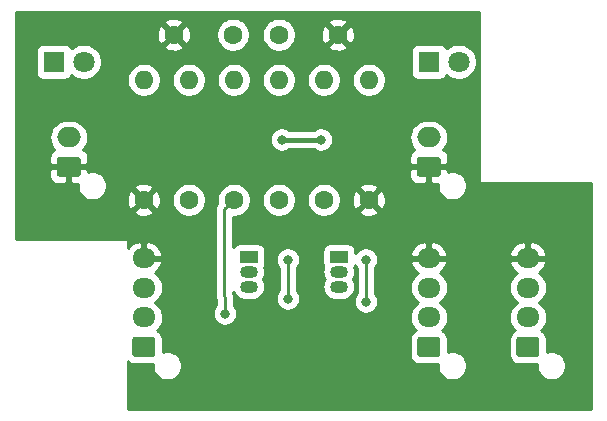
<source format=gbr>
G04 #@! TF.GenerationSoftware,KiCad,Pcbnew,(5.1.5)-3*
G04 #@! TF.CreationDate,2021-02-26T20:57:10+11:00*
G04 #@! TF.ProjectId,I2C_Interface,4932435f-496e-4746-9572-666163652e6b,rev?*
G04 #@! TF.SameCoordinates,Original*
G04 #@! TF.FileFunction,Copper,L2,Bot*
G04 #@! TF.FilePolarity,Positive*
%FSLAX46Y46*%
G04 Gerber Fmt 4.6, Leading zero omitted, Abs format (unit mm)*
G04 Created by KiCad (PCBNEW (5.1.5)-3) date 2021-02-26 20:57:10*
%MOMM*%
%LPD*%
G04 APERTURE LIST*
%ADD10C,1.600000*%
%ADD11O,1.600000X1.600000*%
%ADD12O,1.500000X1.050000*%
%ADD13R,1.500000X1.050000*%
%ADD14C,0.100000*%
%ADD15O,2.000000X1.700000*%
%ADD16O,1.950000X1.700000*%
%ADD17C,1.800000*%
%ADD18R,1.800000X1.800000*%
%ADD19C,0.800000*%
%ADD20C,0.250000*%
%ADD21C,0.400000*%
%ADD22C,0.254000*%
G04 APERTURE END LIST*
D10*
X165100000Y-99584000D03*
D11*
X165100000Y-89424000D03*
X157480000Y-89424000D03*
D10*
X157480000Y-99584000D03*
D12*
X173990000Y-105680000D03*
X173990000Y-106950000D03*
D13*
X173990000Y-104410000D03*
G04 #@! TA.AperFunction,ComponentPad*
D14*
G36*
X151904504Y-95941204D02*
G01*
X151928773Y-95944804D01*
X151952571Y-95950765D01*
X151975671Y-95959030D01*
X151997849Y-95969520D01*
X152018893Y-95982133D01*
X152038598Y-95996747D01*
X152056777Y-96013223D01*
X152073253Y-96031402D01*
X152087867Y-96051107D01*
X152100480Y-96072151D01*
X152110970Y-96094329D01*
X152119235Y-96117429D01*
X152125196Y-96141227D01*
X152128796Y-96165496D01*
X152130000Y-96190000D01*
X152130000Y-97390000D01*
X152128796Y-97414504D01*
X152125196Y-97438773D01*
X152119235Y-97462571D01*
X152110970Y-97485671D01*
X152100480Y-97507849D01*
X152087867Y-97528893D01*
X152073253Y-97548598D01*
X152056777Y-97566777D01*
X152038598Y-97583253D01*
X152018893Y-97597867D01*
X151997849Y-97610480D01*
X151975671Y-97620970D01*
X151952571Y-97629235D01*
X151928773Y-97635196D01*
X151904504Y-97638796D01*
X151880000Y-97640000D01*
X150380000Y-97640000D01*
X150355496Y-97638796D01*
X150331227Y-97635196D01*
X150307429Y-97629235D01*
X150284329Y-97620970D01*
X150262151Y-97610480D01*
X150241107Y-97597867D01*
X150221402Y-97583253D01*
X150203223Y-97566777D01*
X150186747Y-97548598D01*
X150172133Y-97528893D01*
X150159520Y-97507849D01*
X150149030Y-97485671D01*
X150140765Y-97462571D01*
X150134804Y-97438773D01*
X150131204Y-97414504D01*
X150130000Y-97390000D01*
X150130000Y-96190000D01*
X150131204Y-96165496D01*
X150134804Y-96141227D01*
X150140765Y-96117429D01*
X150149030Y-96094329D01*
X150159520Y-96072151D01*
X150172133Y-96051107D01*
X150186747Y-96031402D01*
X150203223Y-96013223D01*
X150221402Y-95996747D01*
X150241107Y-95982133D01*
X150262151Y-95969520D01*
X150284329Y-95959030D01*
X150307429Y-95950765D01*
X150331227Y-95944804D01*
X150355496Y-95941204D01*
X150380000Y-95940000D01*
X151880000Y-95940000D01*
X151904504Y-95941204D01*
G37*
G04 #@! TD.AperFunction*
D15*
X151130000Y-94290000D03*
D13*
X166370000Y-104410000D03*
D12*
X166370000Y-106950000D03*
X166370000Y-105680000D03*
D16*
X181610000Y-104530000D03*
X181610000Y-107030000D03*
X181610000Y-109530000D03*
G04 #@! TA.AperFunction,ComponentPad*
D14*
G36*
X182359504Y-111181204D02*
G01*
X182383773Y-111184804D01*
X182407571Y-111190765D01*
X182430671Y-111199030D01*
X182452849Y-111209520D01*
X182473893Y-111222133D01*
X182493598Y-111236747D01*
X182511777Y-111253223D01*
X182528253Y-111271402D01*
X182542867Y-111291107D01*
X182555480Y-111312151D01*
X182565970Y-111334329D01*
X182574235Y-111357429D01*
X182580196Y-111381227D01*
X182583796Y-111405496D01*
X182585000Y-111430000D01*
X182585000Y-112630000D01*
X182583796Y-112654504D01*
X182580196Y-112678773D01*
X182574235Y-112702571D01*
X182565970Y-112725671D01*
X182555480Y-112747849D01*
X182542867Y-112768893D01*
X182528253Y-112788598D01*
X182511777Y-112806777D01*
X182493598Y-112823253D01*
X182473893Y-112837867D01*
X182452849Y-112850480D01*
X182430671Y-112860970D01*
X182407571Y-112869235D01*
X182383773Y-112875196D01*
X182359504Y-112878796D01*
X182335000Y-112880000D01*
X180885000Y-112880000D01*
X180860496Y-112878796D01*
X180836227Y-112875196D01*
X180812429Y-112869235D01*
X180789329Y-112860970D01*
X180767151Y-112850480D01*
X180746107Y-112837867D01*
X180726402Y-112823253D01*
X180708223Y-112806777D01*
X180691747Y-112788598D01*
X180677133Y-112768893D01*
X180664520Y-112747849D01*
X180654030Y-112725671D01*
X180645765Y-112702571D01*
X180639804Y-112678773D01*
X180636204Y-112654504D01*
X180635000Y-112630000D01*
X180635000Y-111430000D01*
X180636204Y-111405496D01*
X180639804Y-111381227D01*
X180645765Y-111357429D01*
X180654030Y-111334329D01*
X180664520Y-111312151D01*
X180677133Y-111291107D01*
X180691747Y-111271402D01*
X180708223Y-111253223D01*
X180726402Y-111236747D01*
X180746107Y-111222133D01*
X180767151Y-111209520D01*
X180789329Y-111199030D01*
X180812429Y-111190765D01*
X180836227Y-111184804D01*
X180860496Y-111181204D01*
X180885000Y-111180000D01*
X182335000Y-111180000D01*
X182359504Y-111181204D01*
G37*
G04 #@! TD.AperFunction*
D15*
X181610000Y-94290000D03*
G04 #@! TA.AperFunction,ComponentPad*
D14*
G36*
X182384504Y-95941204D02*
G01*
X182408773Y-95944804D01*
X182432571Y-95950765D01*
X182455671Y-95959030D01*
X182477849Y-95969520D01*
X182498893Y-95982133D01*
X182518598Y-95996747D01*
X182536777Y-96013223D01*
X182553253Y-96031402D01*
X182567867Y-96051107D01*
X182580480Y-96072151D01*
X182590970Y-96094329D01*
X182599235Y-96117429D01*
X182605196Y-96141227D01*
X182608796Y-96165496D01*
X182610000Y-96190000D01*
X182610000Y-97390000D01*
X182608796Y-97414504D01*
X182605196Y-97438773D01*
X182599235Y-97462571D01*
X182590970Y-97485671D01*
X182580480Y-97507849D01*
X182567867Y-97528893D01*
X182553253Y-97548598D01*
X182536777Y-97566777D01*
X182518598Y-97583253D01*
X182498893Y-97597867D01*
X182477849Y-97610480D01*
X182455671Y-97620970D01*
X182432571Y-97629235D01*
X182408773Y-97635196D01*
X182384504Y-97638796D01*
X182360000Y-97640000D01*
X180860000Y-97640000D01*
X180835496Y-97638796D01*
X180811227Y-97635196D01*
X180787429Y-97629235D01*
X180764329Y-97620970D01*
X180742151Y-97610480D01*
X180721107Y-97597867D01*
X180701402Y-97583253D01*
X180683223Y-97566777D01*
X180666747Y-97548598D01*
X180652133Y-97528893D01*
X180639520Y-97507849D01*
X180629030Y-97485671D01*
X180620765Y-97462571D01*
X180614804Y-97438773D01*
X180611204Y-97414504D01*
X180610000Y-97390000D01*
X180610000Y-96190000D01*
X180611204Y-96165496D01*
X180614804Y-96141227D01*
X180620765Y-96117429D01*
X180629030Y-96094329D01*
X180639520Y-96072151D01*
X180652133Y-96051107D01*
X180666747Y-96031402D01*
X180683223Y-96013223D01*
X180701402Y-95996747D01*
X180721107Y-95982133D01*
X180742151Y-95969520D01*
X180764329Y-95959030D01*
X180787429Y-95950765D01*
X180811227Y-95944804D01*
X180835496Y-95941204D01*
X180860000Y-95940000D01*
X182360000Y-95940000D01*
X182384504Y-95941204D01*
G37*
G04 #@! TD.AperFunction*
G04 #@! TA.AperFunction,ComponentPad*
G36*
X190749504Y-111181204D02*
G01*
X190773773Y-111184804D01*
X190797571Y-111190765D01*
X190820671Y-111199030D01*
X190842849Y-111209520D01*
X190863893Y-111222133D01*
X190883598Y-111236747D01*
X190901777Y-111253223D01*
X190918253Y-111271402D01*
X190932867Y-111291107D01*
X190945480Y-111312151D01*
X190955970Y-111334329D01*
X190964235Y-111357429D01*
X190970196Y-111381227D01*
X190973796Y-111405496D01*
X190975000Y-111430000D01*
X190975000Y-112630000D01*
X190973796Y-112654504D01*
X190970196Y-112678773D01*
X190964235Y-112702571D01*
X190955970Y-112725671D01*
X190945480Y-112747849D01*
X190932867Y-112768893D01*
X190918253Y-112788598D01*
X190901777Y-112806777D01*
X190883598Y-112823253D01*
X190863893Y-112837867D01*
X190842849Y-112850480D01*
X190820671Y-112860970D01*
X190797571Y-112869235D01*
X190773773Y-112875196D01*
X190749504Y-112878796D01*
X190725000Y-112880000D01*
X189275000Y-112880000D01*
X189250496Y-112878796D01*
X189226227Y-112875196D01*
X189202429Y-112869235D01*
X189179329Y-112860970D01*
X189157151Y-112850480D01*
X189136107Y-112837867D01*
X189116402Y-112823253D01*
X189098223Y-112806777D01*
X189081747Y-112788598D01*
X189067133Y-112768893D01*
X189054520Y-112747849D01*
X189044030Y-112725671D01*
X189035765Y-112702571D01*
X189029804Y-112678773D01*
X189026204Y-112654504D01*
X189025000Y-112630000D01*
X189025000Y-111430000D01*
X189026204Y-111405496D01*
X189029804Y-111381227D01*
X189035765Y-111357429D01*
X189044030Y-111334329D01*
X189054520Y-111312151D01*
X189067133Y-111291107D01*
X189081747Y-111271402D01*
X189098223Y-111253223D01*
X189116402Y-111236747D01*
X189136107Y-111222133D01*
X189157151Y-111209520D01*
X189179329Y-111199030D01*
X189202429Y-111190765D01*
X189226227Y-111184804D01*
X189250496Y-111181204D01*
X189275000Y-111180000D01*
X190725000Y-111180000D01*
X190749504Y-111181204D01*
G37*
G04 #@! TD.AperFunction*
D16*
X190000000Y-109530000D03*
X190000000Y-107030000D03*
X190000000Y-104530000D03*
G04 #@! TA.AperFunction,ComponentPad*
D14*
G36*
X158229504Y-111181204D02*
G01*
X158253773Y-111184804D01*
X158277571Y-111190765D01*
X158300671Y-111199030D01*
X158322849Y-111209520D01*
X158343893Y-111222133D01*
X158363598Y-111236747D01*
X158381777Y-111253223D01*
X158398253Y-111271402D01*
X158412867Y-111291107D01*
X158425480Y-111312151D01*
X158435970Y-111334329D01*
X158444235Y-111357429D01*
X158450196Y-111381227D01*
X158453796Y-111405496D01*
X158455000Y-111430000D01*
X158455000Y-112630000D01*
X158453796Y-112654504D01*
X158450196Y-112678773D01*
X158444235Y-112702571D01*
X158435970Y-112725671D01*
X158425480Y-112747849D01*
X158412867Y-112768893D01*
X158398253Y-112788598D01*
X158381777Y-112806777D01*
X158363598Y-112823253D01*
X158343893Y-112837867D01*
X158322849Y-112850480D01*
X158300671Y-112860970D01*
X158277571Y-112869235D01*
X158253773Y-112875196D01*
X158229504Y-112878796D01*
X158205000Y-112880000D01*
X156755000Y-112880000D01*
X156730496Y-112878796D01*
X156706227Y-112875196D01*
X156682429Y-112869235D01*
X156659329Y-112860970D01*
X156637151Y-112850480D01*
X156616107Y-112837867D01*
X156596402Y-112823253D01*
X156578223Y-112806777D01*
X156561747Y-112788598D01*
X156547133Y-112768893D01*
X156534520Y-112747849D01*
X156524030Y-112725671D01*
X156515765Y-112702571D01*
X156509804Y-112678773D01*
X156506204Y-112654504D01*
X156505000Y-112630000D01*
X156505000Y-111430000D01*
X156506204Y-111405496D01*
X156509804Y-111381227D01*
X156515765Y-111357429D01*
X156524030Y-111334329D01*
X156534520Y-111312151D01*
X156547133Y-111291107D01*
X156561747Y-111271402D01*
X156578223Y-111253223D01*
X156596402Y-111236747D01*
X156616107Y-111222133D01*
X156637151Y-111209520D01*
X156659329Y-111199030D01*
X156682429Y-111190765D01*
X156706227Y-111184804D01*
X156730496Y-111181204D01*
X156755000Y-111180000D01*
X158205000Y-111180000D01*
X158229504Y-111181204D01*
G37*
G04 #@! TD.AperFunction*
D16*
X157480000Y-109530000D03*
X157480000Y-107030000D03*
X157480000Y-104530000D03*
D11*
X161290000Y-89424000D03*
D10*
X161290000Y-99584000D03*
D11*
X168910000Y-89424000D03*
D10*
X168910000Y-99584000D03*
X172720000Y-99584000D03*
D11*
X172720000Y-89424000D03*
D17*
X184150000Y-87900000D03*
D18*
X181610000Y-87900000D03*
X149860000Y-87900000D03*
D17*
X152400000Y-87900000D03*
D10*
X176530000Y-99584000D03*
D11*
X176530000Y-89424000D03*
D10*
X160020000Y-85598000D03*
X165020000Y-85598000D03*
X173910000Y-85598000D03*
X168910000Y-85598000D03*
D19*
X169672000Y-104648000D03*
X169672000Y-107950000D03*
X176276000Y-104648000D03*
X176276000Y-108204000D03*
X169164000Y-94488000D03*
X172466000Y-94488000D03*
X164338000Y-109220000D03*
D20*
X157480000Y-104530000D02*
X157480000Y-104410000D01*
X169672000Y-104648000D02*
X169672000Y-107950000D01*
X174215000Y-104410000D02*
X173990000Y-104410000D01*
X181610000Y-112030000D02*
X181610000Y-111805000D01*
X176276000Y-104648000D02*
X176276000Y-108204000D01*
D21*
X169164000Y-94488000D02*
X172466000Y-94488000D01*
D20*
X164300001Y-100383999D02*
X164300001Y-107749999D01*
X165100000Y-99584000D02*
X164300001Y-100383999D01*
X164338000Y-107787998D02*
X164300001Y-107749999D01*
X164338000Y-109220000D02*
X164338000Y-107787998D01*
D22*
G36*
X185873000Y-98000000D02*
G01*
X185875440Y-98024776D01*
X185882667Y-98048601D01*
X185894403Y-98070557D01*
X185910197Y-98089803D01*
X185929443Y-98105597D01*
X185951399Y-98117333D01*
X185975224Y-98124560D01*
X186000000Y-98127000D01*
X195340000Y-98127000D01*
X195340001Y-117340000D01*
X156127000Y-117340000D01*
X156127000Y-113257916D01*
X156127038Y-113257962D01*
X156261614Y-113368405D01*
X156415150Y-113450472D01*
X156581746Y-113501008D01*
X156755000Y-113518072D01*
X158205000Y-113518072D01*
X158245000Y-113514132D01*
X158245000Y-113751637D01*
X158292460Y-113990236D01*
X158385557Y-114214992D01*
X158520713Y-114417267D01*
X158692733Y-114589287D01*
X158895008Y-114724443D01*
X159119764Y-114817540D01*
X159358363Y-114865000D01*
X159601637Y-114865000D01*
X159840236Y-114817540D01*
X160064992Y-114724443D01*
X160267267Y-114589287D01*
X160439287Y-114417267D01*
X160574443Y-114214992D01*
X160667540Y-113990236D01*
X160715000Y-113751637D01*
X160715000Y-113508363D01*
X160667540Y-113269764D01*
X160574443Y-113045008D01*
X160439287Y-112842733D01*
X160267267Y-112670713D01*
X160064992Y-112535557D01*
X159840236Y-112442460D01*
X159601637Y-112395000D01*
X159358363Y-112395000D01*
X159119764Y-112442460D01*
X159093072Y-112453516D01*
X159093072Y-111430000D01*
X159076008Y-111256746D01*
X159025472Y-111090150D01*
X158943405Y-110936614D01*
X158832962Y-110802038D01*
X158698386Y-110691595D01*
X158596663Y-110637223D01*
X158660134Y-110585134D01*
X158845706Y-110359014D01*
X158983599Y-110101034D01*
X159068513Y-109821111D01*
X159097185Y-109530000D01*
X159068513Y-109238889D01*
X159031861Y-109118061D01*
X163303000Y-109118061D01*
X163303000Y-109321939D01*
X163342774Y-109521898D01*
X163420795Y-109710256D01*
X163534063Y-109879774D01*
X163678226Y-110023937D01*
X163847744Y-110137205D01*
X164036102Y-110215226D01*
X164236061Y-110255000D01*
X164439939Y-110255000D01*
X164639898Y-110215226D01*
X164828256Y-110137205D01*
X164997774Y-110023937D01*
X165141937Y-109879774D01*
X165255205Y-109710256D01*
X165333226Y-109521898D01*
X165373000Y-109321939D01*
X165373000Y-109118061D01*
X165333226Y-108918102D01*
X165255205Y-108729744D01*
X165141937Y-108560226D01*
X165098000Y-108516289D01*
X165098000Y-107825323D01*
X165101676Y-107787998D01*
X165098000Y-107750673D01*
X165098000Y-107750665D01*
X165087003Y-107639012D01*
X165060001Y-107549997D01*
X165060001Y-107369312D01*
X165068115Y-107396060D01*
X165175829Y-107597579D01*
X165320788Y-107774212D01*
X165497421Y-107919171D01*
X165698940Y-108026885D01*
X165917600Y-108093215D01*
X166088021Y-108110000D01*
X166651979Y-108110000D01*
X166822400Y-108093215D01*
X167041060Y-108026885D01*
X167242579Y-107919171D01*
X167419212Y-107774212D01*
X167564171Y-107597579D01*
X167671885Y-107396060D01*
X167738215Y-107177400D01*
X167760612Y-106950000D01*
X167738215Y-106722600D01*
X167671885Y-106503940D01*
X167570895Y-106315000D01*
X167671885Y-106126060D01*
X167738215Y-105907400D01*
X167760612Y-105680000D01*
X167738215Y-105452600D01*
X167674907Y-105243902D01*
X167709502Y-105179180D01*
X167745812Y-105059482D01*
X167758072Y-104935000D01*
X167758072Y-104546061D01*
X168637000Y-104546061D01*
X168637000Y-104749939D01*
X168676774Y-104949898D01*
X168754795Y-105138256D01*
X168868063Y-105307774D01*
X168912000Y-105351711D01*
X168912001Y-107246288D01*
X168868063Y-107290226D01*
X168754795Y-107459744D01*
X168676774Y-107648102D01*
X168637000Y-107848061D01*
X168637000Y-108051939D01*
X168676774Y-108251898D01*
X168754795Y-108440256D01*
X168868063Y-108609774D01*
X169012226Y-108753937D01*
X169181744Y-108867205D01*
X169370102Y-108945226D01*
X169570061Y-108985000D01*
X169773939Y-108985000D01*
X169973898Y-108945226D01*
X170162256Y-108867205D01*
X170331774Y-108753937D01*
X170475937Y-108609774D01*
X170589205Y-108440256D01*
X170667226Y-108251898D01*
X170707000Y-108051939D01*
X170707000Y-107848061D01*
X170667226Y-107648102D01*
X170589205Y-107459744D01*
X170475937Y-107290226D01*
X170432000Y-107246289D01*
X170432000Y-105680000D01*
X172599388Y-105680000D01*
X172621785Y-105907400D01*
X172688115Y-106126060D01*
X172789105Y-106315000D01*
X172688115Y-106503940D01*
X172621785Y-106722600D01*
X172599388Y-106950000D01*
X172621785Y-107177400D01*
X172688115Y-107396060D01*
X172795829Y-107597579D01*
X172940788Y-107774212D01*
X173117421Y-107919171D01*
X173318940Y-108026885D01*
X173537600Y-108093215D01*
X173708021Y-108110000D01*
X174271979Y-108110000D01*
X174442400Y-108093215D01*
X174661060Y-108026885D01*
X174862579Y-107919171D01*
X175039212Y-107774212D01*
X175184171Y-107597579D01*
X175291885Y-107396060D01*
X175358215Y-107177400D01*
X175380612Y-106950000D01*
X175358215Y-106722600D01*
X175291885Y-106503940D01*
X175190895Y-106315000D01*
X175291885Y-106126060D01*
X175358215Y-105907400D01*
X175380612Y-105680000D01*
X175358215Y-105452600D01*
X175294907Y-105243902D01*
X175329502Y-105179180D01*
X175349052Y-105114734D01*
X175358795Y-105138256D01*
X175472063Y-105307774D01*
X175516000Y-105351711D01*
X175516001Y-107500288D01*
X175472063Y-107544226D01*
X175358795Y-107713744D01*
X175280774Y-107902102D01*
X175241000Y-108102061D01*
X175241000Y-108305939D01*
X175280774Y-108505898D01*
X175358795Y-108694256D01*
X175472063Y-108863774D01*
X175616226Y-109007937D01*
X175785744Y-109121205D01*
X175974102Y-109199226D01*
X176174061Y-109239000D01*
X176377939Y-109239000D01*
X176577898Y-109199226D01*
X176766256Y-109121205D01*
X176935774Y-109007937D01*
X177079937Y-108863774D01*
X177193205Y-108694256D01*
X177271226Y-108505898D01*
X177311000Y-108305939D01*
X177311000Y-108102061D01*
X177271226Y-107902102D01*
X177193205Y-107713744D01*
X177079937Y-107544226D01*
X177036000Y-107500289D01*
X177036000Y-107030000D01*
X179992815Y-107030000D01*
X180021487Y-107321111D01*
X180106401Y-107601034D01*
X180244294Y-107859014D01*
X180429866Y-108085134D01*
X180655986Y-108270706D01*
X180673374Y-108280000D01*
X180655986Y-108289294D01*
X180429866Y-108474866D01*
X180244294Y-108700986D01*
X180106401Y-108958966D01*
X180021487Y-109238889D01*
X179992815Y-109530000D01*
X180021487Y-109821111D01*
X180106401Y-110101034D01*
X180244294Y-110359014D01*
X180429866Y-110585134D01*
X180493337Y-110637223D01*
X180391614Y-110691595D01*
X180257038Y-110802038D01*
X180146595Y-110936614D01*
X180064528Y-111090150D01*
X180013992Y-111256746D01*
X179996928Y-111430000D01*
X179996928Y-112630000D01*
X180013992Y-112803254D01*
X180064528Y-112969850D01*
X180146595Y-113123386D01*
X180257038Y-113257962D01*
X180391614Y-113368405D01*
X180545150Y-113450472D01*
X180711746Y-113501008D01*
X180885000Y-113518072D01*
X182335000Y-113518072D01*
X182375000Y-113514132D01*
X182375000Y-113751637D01*
X182422460Y-113990236D01*
X182515557Y-114214992D01*
X182650713Y-114417267D01*
X182822733Y-114589287D01*
X183025008Y-114724443D01*
X183249764Y-114817540D01*
X183488363Y-114865000D01*
X183731637Y-114865000D01*
X183970236Y-114817540D01*
X184194992Y-114724443D01*
X184397267Y-114589287D01*
X184569287Y-114417267D01*
X184704443Y-114214992D01*
X184797540Y-113990236D01*
X184845000Y-113751637D01*
X184845000Y-113508363D01*
X184797540Y-113269764D01*
X184704443Y-113045008D01*
X184569287Y-112842733D01*
X184397267Y-112670713D01*
X184194992Y-112535557D01*
X183970236Y-112442460D01*
X183731637Y-112395000D01*
X183488363Y-112395000D01*
X183249764Y-112442460D01*
X183223072Y-112453516D01*
X183223072Y-111430000D01*
X183206008Y-111256746D01*
X183155472Y-111090150D01*
X183073405Y-110936614D01*
X182962962Y-110802038D01*
X182828386Y-110691595D01*
X182726663Y-110637223D01*
X182790134Y-110585134D01*
X182975706Y-110359014D01*
X183113599Y-110101034D01*
X183198513Y-109821111D01*
X183227185Y-109530000D01*
X183198513Y-109238889D01*
X183113599Y-108958966D01*
X182975706Y-108700986D01*
X182790134Y-108474866D01*
X182564014Y-108289294D01*
X182546626Y-108280000D01*
X182564014Y-108270706D01*
X182790134Y-108085134D01*
X182975706Y-107859014D01*
X183113599Y-107601034D01*
X183198513Y-107321111D01*
X183227185Y-107030000D01*
X188382815Y-107030000D01*
X188411487Y-107321111D01*
X188496401Y-107601034D01*
X188634294Y-107859014D01*
X188819866Y-108085134D01*
X189045986Y-108270706D01*
X189063374Y-108280000D01*
X189045986Y-108289294D01*
X188819866Y-108474866D01*
X188634294Y-108700986D01*
X188496401Y-108958966D01*
X188411487Y-109238889D01*
X188382815Y-109530000D01*
X188411487Y-109821111D01*
X188496401Y-110101034D01*
X188634294Y-110359014D01*
X188819866Y-110585134D01*
X188883337Y-110637223D01*
X188781614Y-110691595D01*
X188647038Y-110802038D01*
X188536595Y-110936614D01*
X188454528Y-111090150D01*
X188403992Y-111256746D01*
X188386928Y-111430000D01*
X188386928Y-112630000D01*
X188403992Y-112803254D01*
X188454528Y-112969850D01*
X188536595Y-113123386D01*
X188647038Y-113257962D01*
X188781614Y-113368405D01*
X188935150Y-113450472D01*
X189101746Y-113501008D01*
X189275000Y-113518072D01*
X190725000Y-113518072D01*
X190765000Y-113514132D01*
X190765000Y-113751637D01*
X190812460Y-113990236D01*
X190905557Y-114214992D01*
X191040713Y-114417267D01*
X191212733Y-114589287D01*
X191415008Y-114724443D01*
X191639764Y-114817540D01*
X191878363Y-114865000D01*
X192121637Y-114865000D01*
X192360236Y-114817540D01*
X192584992Y-114724443D01*
X192787267Y-114589287D01*
X192959287Y-114417267D01*
X193094443Y-114214992D01*
X193187540Y-113990236D01*
X193235000Y-113751637D01*
X193235000Y-113508363D01*
X193187540Y-113269764D01*
X193094443Y-113045008D01*
X192959287Y-112842733D01*
X192787267Y-112670713D01*
X192584992Y-112535557D01*
X192360236Y-112442460D01*
X192121637Y-112395000D01*
X191878363Y-112395000D01*
X191639764Y-112442460D01*
X191613072Y-112453516D01*
X191613072Y-111430000D01*
X191596008Y-111256746D01*
X191545472Y-111090150D01*
X191463405Y-110936614D01*
X191352962Y-110802038D01*
X191218386Y-110691595D01*
X191116663Y-110637223D01*
X191180134Y-110585134D01*
X191365706Y-110359014D01*
X191503599Y-110101034D01*
X191588513Y-109821111D01*
X191617185Y-109530000D01*
X191588513Y-109238889D01*
X191503599Y-108958966D01*
X191365706Y-108700986D01*
X191180134Y-108474866D01*
X190954014Y-108289294D01*
X190936626Y-108280000D01*
X190954014Y-108270706D01*
X191180134Y-108085134D01*
X191365706Y-107859014D01*
X191503599Y-107601034D01*
X191588513Y-107321111D01*
X191617185Y-107030000D01*
X191588513Y-106738889D01*
X191503599Y-106458966D01*
X191365706Y-106200986D01*
X191180134Y-105974866D01*
X190954014Y-105789294D01*
X190928278Y-105775538D01*
X191134429Y-105619049D01*
X191327496Y-105401193D01*
X191474352Y-105149858D01*
X191566476Y-104886890D01*
X191445155Y-104657000D01*
X190127000Y-104657000D01*
X190127000Y-104677000D01*
X189873000Y-104677000D01*
X189873000Y-104657000D01*
X188554845Y-104657000D01*
X188433524Y-104886890D01*
X188525648Y-105149858D01*
X188672504Y-105401193D01*
X188865571Y-105619049D01*
X189071722Y-105775538D01*
X189045986Y-105789294D01*
X188819866Y-105974866D01*
X188634294Y-106200986D01*
X188496401Y-106458966D01*
X188411487Y-106738889D01*
X188382815Y-107030000D01*
X183227185Y-107030000D01*
X183198513Y-106738889D01*
X183113599Y-106458966D01*
X182975706Y-106200986D01*
X182790134Y-105974866D01*
X182564014Y-105789294D01*
X182538278Y-105775538D01*
X182744429Y-105619049D01*
X182937496Y-105401193D01*
X183084352Y-105149858D01*
X183176476Y-104886890D01*
X183055155Y-104657000D01*
X181737000Y-104657000D01*
X181737000Y-104677000D01*
X181483000Y-104677000D01*
X181483000Y-104657000D01*
X180164845Y-104657000D01*
X180043524Y-104886890D01*
X180135648Y-105149858D01*
X180282504Y-105401193D01*
X180475571Y-105619049D01*
X180681722Y-105775538D01*
X180655986Y-105789294D01*
X180429866Y-105974866D01*
X180244294Y-106200986D01*
X180106401Y-106458966D01*
X180021487Y-106738889D01*
X179992815Y-107030000D01*
X177036000Y-107030000D01*
X177036000Y-105351711D01*
X177079937Y-105307774D01*
X177193205Y-105138256D01*
X177271226Y-104949898D01*
X177311000Y-104749939D01*
X177311000Y-104546061D01*
X177271226Y-104346102D01*
X177199570Y-104173110D01*
X180043524Y-104173110D01*
X180164845Y-104403000D01*
X181483000Y-104403000D01*
X181483000Y-103203835D01*
X181737000Y-103203835D01*
X181737000Y-104403000D01*
X183055155Y-104403000D01*
X183176476Y-104173110D01*
X188433524Y-104173110D01*
X188554845Y-104403000D01*
X189873000Y-104403000D01*
X189873000Y-103203835D01*
X190127000Y-103203835D01*
X190127000Y-104403000D01*
X191445155Y-104403000D01*
X191566476Y-104173110D01*
X191474352Y-103910142D01*
X191327496Y-103658807D01*
X191134429Y-103440951D01*
X190902570Y-103264947D01*
X190640830Y-103137558D01*
X190359267Y-103063680D01*
X190127000Y-103203835D01*
X189873000Y-103203835D01*
X189640733Y-103063680D01*
X189359170Y-103137558D01*
X189097430Y-103264947D01*
X188865571Y-103440951D01*
X188672504Y-103658807D01*
X188525648Y-103910142D01*
X188433524Y-104173110D01*
X183176476Y-104173110D01*
X183084352Y-103910142D01*
X182937496Y-103658807D01*
X182744429Y-103440951D01*
X182512570Y-103264947D01*
X182250830Y-103137558D01*
X181969267Y-103063680D01*
X181737000Y-103203835D01*
X181483000Y-103203835D01*
X181250733Y-103063680D01*
X180969170Y-103137558D01*
X180707430Y-103264947D01*
X180475571Y-103440951D01*
X180282504Y-103658807D01*
X180135648Y-103910142D01*
X180043524Y-104173110D01*
X177199570Y-104173110D01*
X177193205Y-104157744D01*
X177079937Y-103988226D01*
X176935774Y-103844063D01*
X176766256Y-103730795D01*
X176577898Y-103652774D01*
X176377939Y-103613000D01*
X176174061Y-103613000D01*
X175974102Y-103652774D01*
X175785744Y-103730795D01*
X175616226Y-103844063D01*
X175472063Y-103988226D01*
X175378072Y-104128894D01*
X175378072Y-103885000D01*
X175365812Y-103760518D01*
X175329502Y-103640820D01*
X175270537Y-103530506D01*
X175191185Y-103433815D01*
X175094494Y-103354463D01*
X174984180Y-103295498D01*
X174864482Y-103259188D01*
X174740000Y-103246928D01*
X173240000Y-103246928D01*
X173115518Y-103259188D01*
X172995820Y-103295498D01*
X172885506Y-103354463D01*
X172788815Y-103433815D01*
X172709463Y-103530506D01*
X172650498Y-103640820D01*
X172614188Y-103760518D01*
X172601928Y-103885000D01*
X172601928Y-104935000D01*
X172614188Y-105059482D01*
X172650498Y-105179180D01*
X172685093Y-105243902D01*
X172621785Y-105452600D01*
X172599388Y-105680000D01*
X170432000Y-105680000D01*
X170432000Y-105351711D01*
X170475937Y-105307774D01*
X170589205Y-105138256D01*
X170667226Y-104949898D01*
X170707000Y-104749939D01*
X170707000Y-104546061D01*
X170667226Y-104346102D01*
X170589205Y-104157744D01*
X170475937Y-103988226D01*
X170331774Y-103844063D01*
X170162256Y-103730795D01*
X169973898Y-103652774D01*
X169773939Y-103613000D01*
X169570061Y-103613000D01*
X169370102Y-103652774D01*
X169181744Y-103730795D01*
X169012226Y-103844063D01*
X168868063Y-103988226D01*
X168754795Y-104157744D01*
X168676774Y-104346102D01*
X168637000Y-104546061D01*
X167758072Y-104546061D01*
X167758072Y-103885000D01*
X167745812Y-103760518D01*
X167709502Y-103640820D01*
X167650537Y-103530506D01*
X167571185Y-103433815D01*
X167474494Y-103354463D01*
X167364180Y-103295498D01*
X167244482Y-103259188D01*
X167120000Y-103246928D01*
X165620000Y-103246928D01*
X165495518Y-103259188D01*
X165375820Y-103295498D01*
X165265506Y-103354463D01*
X165168815Y-103433815D01*
X165089463Y-103530506D01*
X165060001Y-103585625D01*
X165060001Y-101019000D01*
X165241335Y-101019000D01*
X165518574Y-100963853D01*
X165779727Y-100855680D01*
X166014759Y-100698637D01*
X166214637Y-100498759D01*
X166371680Y-100263727D01*
X166479853Y-100002574D01*
X166535000Y-99725335D01*
X166535000Y-99442665D01*
X167475000Y-99442665D01*
X167475000Y-99725335D01*
X167530147Y-100002574D01*
X167638320Y-100263727D01*
X167795363Y-100498759D01*
X167995241Y-100698637D01*
X168230273Y-100855680D01*
X168491426Y-100963853D01*
X168768665Y-101019000D01*
X169051335Y-101019000D01*
X169328574Y-100963853D01*
X169589727Y-100855680D01*
X169824759Y-100698637D01*
X170024637Y-100498759D01*
X170181680Y-100263727D01*
X170289853Y-100002574D01*
X170345000Y-99725335D01*
X170345000Y-99442665D01*
X171285000Y-99442665D01*
X171285000Y-99725335D01*
X171340147Y-100002574D01*
X171448320Y-100263727D01*
X171605363Y-100498759D01*
X171805241Y-100698637D01*
X172040273Y-100855680D01*
X172301426Y-100963853D01*
X172578665Y-101019000D01*
X172861335Y-101019000D01*
X173138574Y-100963853D01*
X173399727Y-100855680D01*
X173634759Y-100698637D01*
X173756694Y-100576702D01*
X175716903Y-100576702D01*
X175788486Y-100820671D01*
X176043996Y-100941571D01*
X176318184Y-101010300D01*
X176600512Y-101024217D01*
X176880130Y-100982787D01*
X177146292Y-100887603D01*
X177271514Y-100820671D01*
X177343097Y-100576702D01*
X176530000Y-99763605D01*
X175716903Y-100576702D01*
X173756694Y-100576702D01*
X173834637Y-100498759D01*
X173991680Y-100263727D01*
X174099853Y-100002574D01*
X174155000Y-99725335D01*
X174155000Y-99654512D01*
X175089783Y-99654512D01*
X175131213Y-99934130D01*
X175226397Y-100200292D01*
X175293329Y-100325514D01*
X175537298Y-100397097D01*
X176350395Y-99584000D01*
X176709605Y-99584000D01*
X177522702Y-100397097D01*
X177766671Y-100325514D01*
X177887571Y-100070004D01*
X177956300Y-99795816D01*
X177970217Y-99513488D01*
X177928787Y-99233870D01*
X177833603Y-98967708D01*
X177766671Y-98842486D01*
X177522702Y-98770903D01*
X176709605Y-99584000D01*
X176350395Y-99584000D01*
X175537298Y-98770903D01*
X175293329Y-98842486D01*
X175172429Y-99097996D01*
X175103700Y-99372184D01*
X175089783Y-99654512D01*
X174155000Y-99654512D01*
X174155000Y-99442665D01*
X174099853Y-99165426D01*
X173991680Y-98904273D01*
X173834637Y-98669241D01*
X173756694Y-98591298D01*
X175716903Y-98591298D01*
X176530000Y-99404395D01*
X177343097Y-98591298D01*
X177271514Y-98347329D01*
X177016004Y-98226429D01*
X176741816Y-98157700D01*
X176459488Y-98143783D01*
X176179870Y-98185213D01*
X175913708Y-98280397D01*
X175788486Y-98347329D01*
X175716903Y-98591298D01*
X173756694Y-98591298D01*
X173634759Y-98469363D01*
X173399727Y-98312320D01*
X173138574Y-98204147D01*
X172861335Y-98149000D01*
X172578665Y-98149000D01*
X172301426Y-98204147D01*
X172040273Y-98312320D01*
X171805241Y-98469363D01*
X171605363Y-98669241D01*
X171448320Y-98904273D01*
X171340147Y-99165426D01*
X171285000Y-99442665D01*
X170345000Y-99442665D01*
X170289853Y-99165426D01*
X170181680Y-98904273D01*
X170024637Y-98669241D01*
X169824759Y-98469363D01*
X169589727Y-98312320D01*
X169328574Y-98204147D01*
X169051335Y-98149000D01*
X168768665Y-98149000D01*
X168491426Y-98204147D01*
X168230273Y-98312320D01*
X167995241Y-98469363D01*
X167795363Y-98669241D01*
X167638320Y-98904273D01*
X167530147Y-99165426D01*
X167475000Y-99442665D01*
X166535000Y-99442665D01*
X166479853Y-99165426D01*
X166371680Y-98904273D01*
X166214637Y-98669241D01*
X166014759Y-98469363D01*
X165779727Y-98312320D01*
X165518574Y-98204147D01*
X165241335Y-98149000D01*
X164958665Y-98149000D01*
X164681426Y-98204147D01*
X164420273Y-98312320D01*
X164185241Y-98469363D01*
X163985363Y-98669241D01*
X163828320Y-98904273D01*
X163720147Y-99165426D01*
X163665000Y-99442665D01*
X163665000Y-99725335D01*
X163702533Y-99914023D01*
X163665027Y-99959723D01*
X163606080Y-100070004D01*
X163594455Y-100091753D01*
X163550998Y-100235014D01*
X163540001Y-100346667D01*
X163540001Y-100346677D01*
X163536325Y-100383999D01*
X163540001Y-100421321D01*
X163540002Y-107712667D01*
X163536325Y-107749999D01*
X163550999Y-107898984D01*
X163578001Y-107988001D01*
X163578000Y-108516289D01*
X163534063Y-108560226D01*
X163420795Y-108729744D01*
X163342774Y-108918102D01*
X163303000Y-109118061D01*
X159031861Y-109118061D01*
X158983599Y-108958966D01*
X158845706Y-108700986D01*
X158660134Y-108474866D01*
X158434014Y-108289294D01*
X158416626Y-108280000D01*
X158434014Y-108270706D01*
X158660134Y-108085134D01*
X158845706Y-107859014D01*
X158983599Y-107601034D01*
X159068513Y-107321111D01*
X159097185Y-107030000D01*
X159068513Y-106738889D01*
X158983599Y-106458966D01*
X158845706Y-106200986D01*
X158660134Y-105974866D01*
X158434014Y-105789294D01*
X158408278Y-105775538D01*
X158614429Y-105619049D01*
X158807496Y-105401193D01*
X158954352Y-105149858D01*
X159046476Y-104886890D01*
X158925155Y-104657000D01*
X157607000Y-104657000D01*
X157607000Y-104677000D01*
X157353000Y-104677000D01*
X157353000Y-104657000D01*
X157333000Y-104657000D01*
X157333000Y-104403000D01*
X157353000Y-104403000D01*
X157353000Y-103203835D01*
X157607000Y-103203835D01*
X157607000Y-104403000D01*
X158925155Y-104403000D01*
X159046476Y-104173110D01*
X158954352Y-103910142D01*
X158807496Y-103658807D01*
X158614429Y-103440951D01*
X158382570Y-103264947D01*
X158120830Y-103137558D01*
X157839267Y-103063680D01*
X157607000Y-103203835D01*
X157353000Y-103203835D01*
X157120733Y-103063680D01*
X156839170Y-103137558D01*
X156577430Y-103264947D01*
X156345571Y-103440951D01*
X156152504Y-103658807D01*
X156127000Y-103702456D01*
X156127000Y-103000000D01*
X156124560Y-102975224D01*
X156117333Y-102951399D01*
X156105597Y-102929443D01*
X156089803Y-102910197D01*
X156070557Y-102894403D01*
X156048601Y-102882667D01*
X156024776Y-102875440D01*
X156000000Y-102873000D01*
X146660000Y-102873000D01*
X146660000Y-100576702D01*
X156666903Y-100576702D01*
X156738486Y-100820671D01*
X156993996Y-100941571D01*
X157268184Y-101010300D01*
X157550512Y-101024217D01*
X157830130Y-100982787D01*
X158096292Y-100887603D01*
X158221514Y-100820671D01*
X158293097Y-100576702D01*
X157480000Y-99763605D01*
X156666903Y-100576702D01*
X146660000Y-100576702D01*
X146660000Y-99654512D01*
X156039783Y-99654512D01*
X156081213Y-99934130D01*
X156176397Y-100200292D01*
X156243329Y-100325514D01*
X156487298Y-100397097D01*
X157300395Y-99584000D01*
X157659605Y-99584000D01*
X158472702Y-100397097D01*
X158716671Y-100325514D01*
X158837571Y-100070004D01*
X158906300Y-99795816D01*
X158920217Y-99513488D01*
X158909724Y-99442665D01*
X159855000Y-99442665D01*
X159855000Y-99725335D01*
X159910147Y-100002574D01*
X160018320Y-100263727D01*
X160175363Y-100498759D01*
X160375241Y-100698637D01*
X160610273Y-100855680D01*
X160871426Y-100963853D01*
X161148665Y-101019000D01*
X161431335Y-101019000D01*
X161708574Y-100963853D01*
X161969727Y-100855680D01*
X162204759Y-100698637D01*
X162404637Y-100498759D01*
X162561680Y-100263727D01*
X162669853Y-100002574D01*
X162725000Y-99725335D01*
X162725000Y-99442665D01*
X162669853Y-99165426D01*
X162561680Y-98904273D01*
X162404637Y-98669241D01*
X162204759Y-98469363D01*
X161969727Y-98312320D01*
X161708574Y-98204147D01*
X161431335Y-98149000D01*
X161148665Y-98149000D01*
X160871426Y-98204147D01*
X160610273Y-98312320D01*
X160375241Y-98469363D01*
X160175363Y-98669241D01*
X160018320Y-98904273D01*
X159910147Y-99165426D01*
X159855000Y-99442665D01*
X158909724Y-99442665D01*
X158878787Y-99233870D01*
X158783603Y-98967708D01*
X158716671Y-98842486D01*
X158472702Y-98770903D01*
X157659605Y-99584000D01*
X157300395Y-99584000D01*
X156487298Y-98770903D01*
X156243329Y-98842486D01*
X156122429Y-99097996D01*
X156053700Y-99372184D01*
X156039783Y-99654512D01*
X146660000Y-99654512D01*
X146660000Y-97640000D01*
X149491928Y-97640000D01*
X149504188Y-97764482D01*
X149540498Y-97884180D01*
X149599463Y-97994494D01*
X149678815Y-98091185D01*
X149775506Y-98170537D01*
X149885820Y-98229502D01*
X150005518Y-98265812D01*
X150130000Y-98278072D01*
X150844250Y-98275000D01*
X151003000Y-98116250D01*
X151003000Y-96917000D01*
X151257000Y-96917000D01*
X151257000Y-98116250D01*
X151415750Y-98275000D01*
X151895000Y-98277061D01*
X151895000Y-98511637D01*
X151942460Y-98750236D01*
X152035557Y-98974992D01*
X152170713Y-99177267D01*
X152342733Y-99349287D01*
X152545008Y-99484443D01*
X152769764Y-99577540D01*
X153008363Y-99625000D01*
X153251637Y-99625000D01*
X153490236Y-99577540D01*
X153714992Y-99484443D01*
X153917267Y-99349287D01*
X154089287Y-99177267D01*
X154224443Y-98974992D01*
X154317540Y-98750236D01*
X154349154Y-98591298D01*
X156666903Y-98591298D01*
X157480000Y-99404395D01*
X158293097Y-98591298D01*
X158221514Y-98347329D01*
X157966004Y-98226429D01*
X157691816Y-98157700D01*
X157409488Y-98143783D01*
X157129870Y-98185213D01*
X156863708Y-98280397D01*
X156738486Y-98347329D01*
X156666903Y-98591298D01*
X154349154Y-98591298D01*
X154365000Y-98511637D01*
X154365000Y-98268363D01*
X154317540Y-98029764D01*
X154224443Y-97805008D01*
X154114189Y-97640000D01*
X179971928Y-97640000D01*
X179984188Y-97764482D01*
X180020498Y-97884180D01*
X180079463Y-97994494D01*
X180158815Y-98091185D01*
X180255506Y-98170537D01*
X180365820Y-98229502D01*
X180485518Y-98265812D01*
X180610000Y-98278072D01*
X181324250Y-98275000D01*
X181483000Y-98116250D01*
X181483000Y-96917000D01*
X181737000Y-96917000D01*
X181737000Y-98116250D01*
X181895750Y-98275000D01*
X182375000Y-98277061D01*
X182375000Y-98511637D01*
X182422460Y-98750236D01*
X182515557Y-98974992D01*
X182650713Y-99177267D01*
X182822733Y-99349287D01*
X183025008Y-99484443D01*
X183249764Y-99577540D01*
X183488363Y-99625000D01*
X183731637Y-99625000D01*
X183970236Y-99577540D01*
X184194992Y-99484443D01*
X184397267Y-99349287D01*
X184569287Y-99177267D01*
X184704443Y-98974992D01*
X184797540Y-98750236D01*
X184845000Y-98511637D01*
X184845000Y-98268363D01*
X184797540Y-98029764D01*
X184704443Y-97805008D01*
X184569287Y-97602733D01*
X184397267Y-97430713D01*
X184194992Y-97295557D01*
X183970236Y-97202460D01*
X183731637Y-97155000D01*
X183488363Y-97155000D01*
X183249764Y-97202460D01*
X183245699Y-97204144D01*
X183245000Y-97075750D01*
X183086250Y-96917000D01*
X181737000Y-96917000D01*
X181483000Y-96917000D01*
X180133750Y-96917000D01*
X179975000Y-97075750D01*
X179971928Y-97640000D01*
X154114189Y-97640000D01*
X154089287Y-97602733D01*
X153917267Y-97430713D01*
X153714992Y-97295557D01*
X153490236Y-97202460D01*
X153251637Y-97155000D01*
X153008363Y-97155000D01*
X152769764Y-97202460D01*
X152765699Y-97204144D01*
X152765000Y-97075750D01*
X152606250Y-96917000D01*
X151257000Y-96917000D01*
X151003000Y-96917000D01*
X149653750Y-96917000D01*
X149495000Y-97075750D01*
X149491928Y-97640000D01*
X146660000Y-97640000D01*
X146660000Y-94290000D01*
X149487815Y-94290000D01*
X149516487Y-94581111D01*
X149601401Y-94861034D01*
X149739294Y-95119014D01*
X149920608Y-95339945D01*
X149885820Y-95350498D01*
X149775506Y-95409463D01*
X149678815Y-95488815D01*
X149599463Y-95585506D01*
X149540498Y-95695820D01*
X149504188Y-95815518D01*
X149491928Y-95940000D01*
X149495000Y-96504250D01*
X149653750Y-96663000D01*
X151003000Y-96663000D01*
X151003000Y-96643000D01*
X151257000Y-96643000D01*
X151257000Y-96663000D01*
X152606250Y-96663000D01*
X152765000Y-96504250D01*
X152768072Y-95940000D01*
X152755812Y-95815518D01*
X152719502Y-95695820D01*
X152660537Y-95585506D01*
X152581185Y-95488815D01*
X152484494Y-95409463D01*
X152374180Y-95350498D01*
X152339392Y-95339945D01*
X152520706Y-95119014D01*
X152658599Y-94861034D01*
X152743513Y-94581111D01*
X152762723Y-94386061D01*
X168129000Y-94386061D01*
X168129000Y-94589939D01*
X168168774Y-94789898D01*
X168246795Y-94978256D01*
X168360063Y-95147774D01*
X168504226Y-95291937D01*
X168673744Y-95405205D01*
X168862102Y-95483226D01*
X169062061Y-95523000D01*
X169265939Y-95523000D01*
X169465898Y-95483226D01*
X169654256Y-95405205D01*
X169777285Y-95323000D01*
X171852715Y-95323000D01*
X171975744Y-95405205D01*
X172164102Y-95483226D01*
X172364061Y-95523000D01*
X172567939Y-95523000D01*
X172767898Y-95483226D01*
X172956256Y-95405205D01*
X173125774Y-95291937D01*
X173269937Y-95147774D01*
X173383205Y-94978256D01*
X173461226Y-94789898D01*
X173501000Y-94589939D01*
X173501000Y-94386061D01*
X173481893Y-94290000D01*
X179967815Y-94290000D01*
X179996487Y-94581111D01*
X180081401Y-94861034D01*
X180219294Y-95119014D01*
X180400608Y-95339945D01*
X180365820Y-95350498D01*
X180255506Y-95409463D01*
X180158815Y-95488815D01*
X180079463Y-95585506D01*
X180020498Y-95695820D01*
X179984188Y-95815518D01*
X179971928Y-95940000D01*
X179975000Y-96504250D01*
X180133750Y-96663000D01*
X181483000Y-96663000D01*
X181483000Y-96643000D01*
X181737000Y-96643000D01*
X181737000Y-96663000D01*
X183086250Y-96663000D01*
X183245000Y-96504250D01*
X183248072Y-95940000D01*
X183235812Y-95815518D01*
X183199502Y-95695820D01*
X183140537Y-95585506D01*
X183061185Y-95488815D01*
X182964494Y-95409463D01*
X182854180Y-95350498D01*
X182819392Y-95339945D01*
X183000706Y-95119014D01*
X183138599Y-94861034D01*
X183223513Y-94581111D01*
X183252185Y-94290000D01*
X183223513Y-93998889D01*
X183138599Y-93718966D01*
X183000706Y-93460986D01*
X182815134Y-93234866D01*
X182589014Y-93049294D01*
X182331034Y-92911401D01*
X182051111Y-92826487D01*
X181832950Y-92805000D01*
X181387050Y-92805000D01*
X181168889Y-92826487D01*
X180888966Y-92911401D01*
X180630986Y-93049294D01*
X180404866Y-93234866D01*
X180219294Y-93460986D01*
X180081401Y-93718966D01*
X179996487Y-93998889D01*
X179967815Y-94290000D01*
X173481893Y-94290000D01*
X173461226Y-94186102D01*
X173383205Y-93997744D01*
X173269937Y-93828226D01*
X173125774Y-93684063D01*
X172956256Y-93570795D01*
X172767898Y-93492774D01*
X172567939Y-93453000D01*
X172364061Y-93453000D01*
X172164102Y-93492774D01*
X171975744Y-93570795D01*
X171852715Y-93653000D01*
X169777285Y-93653000D01*
X169654256Y-93570795D01*
X169465898Y-93492774D01*
X169265939Y-93453000D01*
X169062061Y-93453000D01*
X168862102Y-93492774D01*
X168673744Y-93570795D01*
X168504226Y-93684063D01*
X168360063Y-93828226D01*
X168246795Y-93997744D01*
X168168774Y-94186102D01*
X168129000Y-94386061D01*
X152762723Y-94386061D01*
X152772185Y-94290000D01*
X152743513Y-93998889D01*
X152658599Y-93718966D01*
X152520706Y-93460986D01*
X152335134Y-93234866D01*
X152109014Y-93049294D01*
X151851034Y-92911401D01*
X151571111Y-92826487D01*
X151352950Y-92805000D01*
X150907050Y-92805000D01*
X150688889Y-92826487D01*
X150408966Y-92911401D01*
X150150986Y-93049294D01*
X149924866Y-93234866D01*
X149739294Y-93460986D01*
X149601401Y-93718966D01*
X149516487Y-93998889D01*
X149487815Y-94290000D01*
X146660000Y-94290000D01*
X146660000Y-87000000D01*
X148321928Y-87000000D01*
X148321928Y-88800000D01*
X148334188Y-88924482D01*
X148370498Y-89044180D01*
X148429463Y-89154494D01*
X148508815Y-89251185D01*
X148605506Y-89330537D01*
X148715820Y-89389502D01*
X148835518Y-89425812D01*
X148960000Y-89438072D01*
X150760000Y-89438072D01*
X150884482Y-89425812D01*
X151004180Y-89389502D01*
X151114494Y-89330537D01*
X151211185Y-89251185D01*
X151290537Y-89154494D01*
X151349502Y-89044180D01*
X151355056Y-89025873D01*
X151421495Y-89092312D01*
X151672905Y-89260299D01*
X151952257Y-89376011D01*
X152248816Y-89435000D01*
X152551184Y-89435000D01*
X152847743Y-89376011D01*
X153073098Y-89282665D01*
X156045000Y-89282665D01*
X156045000Y-89565335D01*
X156100147Y-89842574D01*
X156208320Y-90103727D01*
X156365363Y-90338759D01*
X156565241Y-90538637D01*
X156800273Y-90695680D01*
X157061426Y-90803853D01*
X157338665Y-90859000D01*
X157621335Y-90859000D01*
X157898574Y-90803853D01*
X158159727Y-90695680D01*
X158394759Y-90538637D01*
X158594637Y-90338759D01*
X158751680Y-90103727D01*
X158859853Y-89842574D01*
X158915000Y-89565335D01*
X158915000Y-89282665D01*
X159855000Y-89282665D01*
X159855000Y-89565335D01*
X159910147Y-89842574D01*
X160018320Y-90103727D01*
X160175363Y-90338759D01*
X160375241Y-90538637D01*
X160610273Y-90695680D01*
X160871426Y-90803853D01*
X161148665Y-90859000D01*
X161431335Y-90859000D01*
X161708574Y-90803853D01*
X161969727Y-90695680D01*
X162204759Y-90538637D01*
X162404637Y-90338759D01*
X162561680Y-90103727D01*
X162669853Y-89842574D01*
X162725000Y-89565335D01*
X162725000Y-89282665D01*
X163665000Y-89282665D01*
X163665000Y-89565335D01*
X163720147Y-89842574D01*
X163828320Y-90103727D01*
X163985363Y-90338759D01*
X164185241Y-90538637D01*
X164420273Y-90695680D01*
X164681426Y-90803853D01*
X164958665Y-90859000D01*
X165241335Y-90859000D01*
X165518574Y-90803853D01*
X165779727Y-90695680D01*
X166014759Y-90538637D01*
X166214637Y-90338759D01*
X166371680Y-90103727D01*
X166479853Y-89842574D01*
X166535000Y-89565335D01*
X166535000Y-89282665D01*
X167475000Y-89282665D01*
X167475000Y-89565335D01*
X167530147Y-89842574D01*
X167638320Y-90103727D01*
X167795363Y-90338759D01*
X167995241Y-90538637D01*
X168230273Y-90695680D01*
X168491426Y-90803853D01*
X168768665Y-90859000D01*
X169051335Y-90859000D01*
X169328574Y-90803853D01*
X169589727Y-90695680D01*
X169824759Y-90538637D01*
X170024637Y-90338759D01*
X170181680Y-90103727D01*
X170289853Y-89842574D01*
X170345000Y-89565335D01*
X170345000Y-89282665D01*
X171285000Y-89282665D01*
X171285000Y-89565335D01*
X171340147Y-89842574D01*
X171448320Y-90103727D01*
X171605363Y-90338759D01*
X171805241Y-90538637D01*
X172040273Y-90695680D01*
X172301426Y-90803853D01*
X172578665Y-90859000D01*
X172861335Y-90859000D01*
X173138574Y-90803853D01*
X173399727Y-90695680D01*
X173634759Y-90538637D01*
X173834637Y-90338759D01*
X173991680Y-90103727D01*
X174099853Y-89842574D01*
X174155000Y-89565335D01*
X174155000Y-89282665D01*
X175095000Y-89282665D01*
X175095000Y-89565335D01*
X175150147Y-89842574D01*
X175258320Y-90103727D01*
X175415363Y-90338759D01*
X175615241Y-90538637D01*
X175850273Y-90695680D01*
X176111426Y-90803853D01*
X176388665Y-90859000D01*
X176671335Y-90859000D01*
X176948574Y-90803853D01*
X177209727Y-90695680D01*
X177444759Y-90538637D01*
X177644637Y-90338759D01*
X177801680Y-90103727D01*
X177909853Y-89842574D01*
X177965000Y-89565335D01*
X177965000Y-89282665D01*
X177909853Y-89005426D01*
X177801680Y-88744273D01*
X177644637Y-88509241D01*
X177444759Y-88309363D01*
X177209727Y-88152320D01*
X176948574Y-88044147D01*
X176671335Y-87989000D01*
X176388665Y-87989000D01*
X176111426Y-88044147D01*
X175850273Y-88152320D01*
X175615241Y-88309363D01*
X175415363Y-88509241D01*
X175258320Y-88744273D01*
X175150147Y-89005426D01*
X175095000Y-89282665D01*
X174155000Y-89282665D01*
X174099853Y-89005426D01*
X173991680Y-88744273D01*
X173834637Y-88509241D01*
X173634759Y-88309363D01*
X173399727Y-88152320D01*
X173138574Y-88044147D01*
X172861335Y-87989000D01*
X172578665Y-87989000D01*
X172301426Y-88044147D01*
X172040273Y-88152320D01*
X171805241Y-88309363D01*
X171605363Y-88509241D01*
X171448320Y-88744273D01*
X171340147Y-89005426D01*
X171285000Y-89282665D01*
X170345000Y-89282665D01*
X170289853Y-89005426D01*
X170181680Y-88744273D01*
X170024637Y-88509241D01*
X169824759Y-88309363D01*
X169589727Y-88152320D01*
X169328574Y-88044147D01*
X169051335Y-87989000D01*
X168768665Y-87989000D01*
X168491426Y-88044147D01*
X168230273Y-88152320D01*
X167995241Y-88309363D01*
X167795363Y-88509241D01*
X167638320Y-88744273D01*
X167530147Y-89005426D01*
X167475000Y-89282665D01*
X166535000Y-89282665D01*
X166479853Y-89005426D01*
X166371680Y-88744273D01*
X166214637Y-88509241D01*
X166014759Y-88309363D01*
X165779727Y-88152320D01*
X165518574Y-88044147D01*
X165241335Y-87989000D01*
X164958665Y-87989000D01*
X164681426Y-88044147D01*
X164420273Y-88152320D01*
X164185241Y-88309363D01*
X163985363Y-88509241D01*
X163828320Y-88744273D01*
X163720147Y-89005426D01*
X163665000Y-89282665D01*
X162725000Y-89282665D01*
X162669853Y-89005426D01*
X162561680Y-88744273D01*
X162404637Y-88509241D01*
X162204759Y-88309363D01*
X161969727Y-88152320D01*
X161708574Y-88044147D01*
X161431335Y-87989000D01*
X161148665Y-87989000D01*
X160871426Y-88044147D01*
X160610273Y-88152320D01*
X160375241Y-88309363D01*
X160175363Y-88509241D01*
X160018320Y-88744273D01*
X159910147Y-89005426D01*
X159855000Y-89282665D01*
X158915000Y-89282665D01*
X158859853Y-89005426D01*
X158751680Y-88744273D01*
X158594637Y-88509241D01*
X158394759Y-88309363D01*
X158159727Y-88152320D01*
X157898574Y-88044147D01*
X157621335Y-87989000D01*
X157338665Y-87989000D01*
X157061426Y-88044147D01*
X156800273Y-88152320D01*
X156565241Y-88309363D01*
X156365363Y-88509241D01*
X156208320Y-88744273D01*
X156100147Y-89005426D01*
X156045000Y-89282665D01*
X153073098Y-89282665D01*
X153127095Y-89260299D01*
X153378505Y-89092312D01*
X153592312Y-88878505D01*
X153760299Y-88627095D01*
X153876011Y-88347743D01*
X153935000Y-88051184D01*
X153935000Y-87748816D01*
X153876011Y-87452257D01*
X153760299Y-87172905D01*
X153592312Y-86921495D01*
X153378505Y-86707688D01*
X153203424Y-86590702D01*
X159206903Y-86590702D01*
X159278486Y-86834671D01*
X159533996Y-86955571D01*
X159808184Y-87024300D01*
X160090512Y-87038217D01*
X160370130Y-86996787D01*
X160636292Y-86901603D01*
X160761514Y-86834671D01*
X160833097Y-86590702D01*
X160020000Y-85777605D01*
X159206903Y-86590702D01*
X153203424Y-86590702D01*
X153127095Y-86539701D01*
X152847743Y-86423989D01*
X152551184Y-86365000D01*
X152248816Y-86365000D01*
X151952257Y-86423989D01*
X151672905Y-86539701D01*
X151421495Y-86707688D01*
X151355056Y-86774127D01*
X151349502Y-86755820D01*
X151290537Y-86645506D01*
X151211185Y-86548815D01*
X151114494Y-86469463D01*
X151004180Y-86410498D01*
X150884482Y-86374188D01*
X150760000Y-86361928D01*
X148960000Y-86361928D01*
X148835518Y-86374188D01*
X148715820Y-86410498D01*
X148605506Y-86469463D01*
X148508815Y-86548815D01*
X148429463Y-86645506D01*
X148370498Y-86755820D01*
X148334188Y-86875518D01*
X148321928Y-87000000D01*
X146660000Y-87000000D01*
X146660000Y-85668512D01*
X158579783Y-85668512D01*
X158621213Y-85948130D01*
X158716397Y-86214292D01*
X158783329Y-86339514D01*
X159027298Y-86411097D01*
X159840395Y-85598000D01*
X160199605Y-85598000D01*
X161012702Y-86411097D01*
X161256671Y-86339514D01*
X161377571Y-86084004D01*
X161446300Y-85809816D01*
X161460217Y-85527488D01*
X161449724Y-85456665D01*
X163585000Y-85456665D01*
X163585000Y-85739335D01*
X163640147Y-86016574D01*
X163748320Y-86277727D01*
X163905363Y-86512759D01*
X164105241Y-86712637D01*
X164340273Y-86869680D01*
X164601426Y-86977853D01*
X164878665Y-87033000D01*
X165161335Y-87033000D01*
X165438574Y-86977853D01*
X165699727Y-86869680D01*
X165934759Y-86712637D01*
X166134637Y-86512759D01*
X166291680Y-86277727D01*
X166399853Y-86016574D01*
X166455000Y-85739335D01*
X166455000Y-85456665D01*
X167475000Y-85456665D01*
X167475000Y-85739335D01*
X167530147Y-86016574D01*
X167638320Y-86277727D01*
X167795363Y-86512759D01*
X167995241Y-86712637D01*
X168230273Y-86869680D01*
X168491426Y-86977853D01*
X168768665Y-87033000D01*
X169051335Y-87033000D01*
X169328574Y-86977853D01*
X169589727Y-86869680D01*
X169824759Y-86712637D01*
X169946694Y-86590702D01*
X173096903Y-86590702D01*
X173168486Y-86834671D01*
X173423996Y-86955571D01*
X173698184Y-87024300D01*
X173980512Y-87038217D01*
X174238444Y-87000000D01*
X180071928Y-87000000D01*
X180071928Y-88800000D01*
X180084188Y-88924482D01*
X180120498Y-89044180D01*
X180179463Y-89154494D01*
X180258815Y-89251185D01*
X180355506Y-89330537D01*
X180465820Y-89389502D01*
X180585518Y-89425812D01*
X180710000Y-89438072D01*
X182510000Y-89438072D01*
X182634482Y-89425812D01*
X182754180Y-89389502D01*
X182864494Y-89330537D01*
X182961185Y-89251185D01*
X183040537Y-89154494D01*
X183099502Y-89044180D01*
X183105056Y-89025873D01*
X183171495Y-89092312D01*
X183422905Y-89260299D01*
X183702257Y-89376011D01*
X183998816Y-89435000D01*
X184301184Y-89435000D01*
X184597743Y-89376011D01*
X184877095Y-89260299D01*
X185128505Y-89092312D01*
X185342312Y-88878505D01*
X185510299Y-88627095D01*
X185626011Y-88347743D01*
X185685000Y-88051184D01*
X185685000Y-87748816D01*
X185626011Y-87452257D01*
X185510299Y-87172905D01*
X185342312Y-86921495D01*
X185128505Y-86707688D01*
X184877095Y-86539701D01*
X184597743Y-86423989D01*
X184301184Y-86365000D01*
X183998816Y-86365000D01*
X183702257Y-86423989D01*
X183422905Y-86539701D01*
X183171495Y-86707688D01*
X183105056Y-86774127D01*
X183099502Y-86755820D01*
X183040537Y-86645506D01*
X182961185Y-86548815D01*
X182864494Y-86469463D01*
X182754180Y-86410498D01*
X182634482Y-86374188D01*
X182510000Y-86361928D01*
X180710000Y-86361928D01*
X180585518Y-86374188D01*
X180465820Y-86410498D01*
X180355506Y-86469463D01*
X180258815Y-86548815D01*
X180179463Y-86645506D01*
X180120498Y-86755820D01*
X180084188Y-86875518D01*
X180071928Y-87000000D01*
X174238444Y-87000000D01*
X174260130Y-86996787D01*
X174526292Y-86901603D01*
X174651514Y-86834671D01*
X174723097Y-86590702D01*
X173910000Y-85777605D01*
X173096903Y-86590702D01*
X169946694Y-86590702D01*
X170024637Y-86512759D01*
X170181680Y-86277727D01*
X170289853Y-86016574D01*
X170345000Y-85739335D01*
X170345000Y-85668512D01*
X172469783Y-85668512D01*
X172511213Y-85948130D01*
X172606397Y-86214292D01*
X172673329Y-86339514D01*
X172917298Y-86411097D01*
X173730395Y-85598000D01*
X174089605Y-85598000D01*
X174902702Y-86411097D01*
X175146671Y-86339514D01*
X175267571Y-86084004D01*
X175336300Y-85809816D01*
X175350217Y-85527488D01*
X175308787Y-85247870D01*
X175213603Y-84981708D01*
X175146671Y-84856486D01*
X174902702Y-84784903D01*
X174089605Y-85598000D01*
X173730395Y-85598000D01*
X172917298Y-84784903D01*
X172673329Y-84856486D01*
X172552429Y-85111996D01*
X172483700Y-85386184D01*
X172469783Y-85668512D01*
X170345000Y-85668512D01*
X170345000Y-85456665D01*
X170289853Y-85179426D01*
X170181680Y-84918273D01*
X170024637Y-84683241D01*
X169946694Y-84605298D01*
X173096903Y-84605298D01*
X173910000Y-85418395D01*
X174723097Y-84605298D01*
X174651514Y-84361329D01*
X174396004Y-84240429D01*
X174121816Y-84171700D01*
X173839488Y-84157783D01*
X173559870Y-84199213D01*
X173293708Y-84294397D01*
X173168486Y-84361329D01*
X173096903Y-84605298D01*
X169946694Y-84605298D01*
X169824759Y-84483363D01*
X169589727Y-84326320D01*
X169328574Y-84218147D01*
X169051335Y-84163000D01*
X168768665Y-84163000D01*
X168491426Y-84218147D01*
X168230273Y-84326320D01*
X167995241Y-84483363D01*
X167795363Y-84683241D01*
X167638320Y-84918273D01*
X167530147Y-85179426D01*
X167475000Y-85456665D01*
X166455000Y-85456665D01*
X166399853Y-85179426D01*
X166291680Y-84918273D01*
X166134637Y-84683241D01*
X165934759Y-84483363D01*
X165699727Y-84326320D01*
X165438574Y-84218147D01*
X165161335Y-84163000D01*
X164878665Y-84163000D01*
X164601426Y-84218147D01*
X164340273Y-84326320D01*
X164105241Y-84483363D01*
X163905363Y-84683241D01*
X163748320Y-84918273D01*
X163640147Y-85179426D01*
X163585000Y-85456665D01*
X161449724Y-85456665D01*
X161418787Y-85247870D01*
X161323603Y-84981708D01*
X161256671Y-84856486D01*
X161012702Y-84784903D01*
X160199605Y-85598000D01*
X159840395Y-85598000D01*
X159027298Y-84784903D01*
X158783329Y-84856486D01*
X158662429Y-85111996D01*
X158593700Y-85386184D01*
X158579783Y-85668512D01*
X146660000Y-85668512D01*
X146660000Y-84605298D01*
X159206903Y-84605298D01*
X160020000Y-85418395D01*
X160833097Y-84605298D01*
X160761514Y-84361329D01*
X160506004Y-84240429D01*
X160231816Y-84171700D01*
X159949488Y-84157783D01*
X159669870Y-84199213D01*
X159403708Y-84294397D01*
X159278486Y-84361329D01*
X159206903Y-84605298D01*
X146660000Y-84605298D01*
X146660000Y-83660000D01*
X185873000Y-83660000D01*
X185873000Y-98000000D01*
G37*
X185873000Y-98000000D02*
X185875440Y-98024776D01*
X185882667Y-98048601D01*
X185894403Y-98070557D01*
X185910197Y-98089803D01*
X185929443Y-98105597D01*
X185951399Y-98117333D01*
X185975224Y-98124560D01*
X186000000Y-98127000D01*
X195340000Y-98127000D01*
X195340001Y-117340000D01*
X156127000Y-117340000D01*
X156127000Y-113257916D01*
X156127038Y-113257962D01*
X156261614Y-113368405D01*
X156415150Y-113450472D01*
X156581746Y-113501008D01*
X156755000Y-113518072D01*
X158205000Y-113518072D01*
X158245000Y-113514132D01*
X158245000Y-113751637D01*
X158292460Y-113990236D01*
X158385557Y-114214992D01*
X158520713Y-114417267D01*
X158692733Y-114589287D01*
X158895008Y-114724443D01*
X159119764Y-114817540D01*
X159358363Y-114865000D01*
X159601637Y-114865000D01*
X159840236Y-114817540D01*
X160064992Y-114724443D01*
X160267267Y-114589287D01*
X160439287Y-114417267D01*
X160574443Y-114214992D01*
X160667540Y-113990236D01*
X160715000Y-113751637D01*
X160715000Y-113508363D01*
X160667540Y-113269764D01*
X160574443Y-113045008D01*
X160439287Y-112842733D01*
X160267267Y-112670713D01*
X160064992Y-112535557D01*
X159840236Y-112442460D01*
X159601637Y-112395000D01*
X159358363Y-112395000D01*
X159119764Y-112442460D01*
X159093072Y-112453516D01*
X159093072Y-111430000D01*
X159076008Y-111256746D01*
X159025472Y-111090150D01*
X158943405Y-110936614D01*
X158832962Y-110802038D01*
X158698386Y-110691595D01*
X158596663Y-110637223D01*
X158660134Y-110585134D01*
X158845706Y-110359014D01*
X158983599Y-110101034D01*
X159068513Y-109821111D01*
X159097185Y-109530000D01*
X159068513Y-109238889D01*
X159031861Y-109118061D01*
X163303000Y-109118061D01*
X163303000Y-109321939D01*
X163342774Y-109521898D01*
X163420795Y-109710256D01*
X163534063Y-109879774D01*
X163678226Y-110023937D01*
X163847744Y-110137205D01*
X164036102Y-110215226D01*
X164236061Y-110255000D01*
X164439939Y-110255000D01*
X164639898Y-110215226D01*
X164828256Y-110137205D01*
X164997774Y-110023937D01*
X165141937Y-109879774D01*
X165255205Y-109710256D01*
X165333226Y-109521898D01*
X165373000Y-109321939D01*
X165373000Y-109118061D01*
X165333226Y-108918102D01*
X165255205Y-108729744D01*
X165141937Y-108560226D01*
X165098000Y-108516289D01*
X165098000Y-107825323D01*
X165101676Y-107787998D01*
X165098000Y-107750673D01*
X165098000Y-107750665D01*
X165087003Y-107639012D01*
X165060001Y-107549997D01*
X165060001Y-107369312D01*
X165068115Y-107396060D01*
X165175829Y-107597579D01*
X165320788Y-107774212D01*
X165497421Y-107919171D01*
X165698940Y-108026885D01*
X165917600Y-108093215D01*
X166088021Y-108110000D01*
X166651979Y-108110000D01*
X166822400Y-108093215D01*
X167041060Y-108026885D01*
X167242579Y-107919171D01*
X167419212Y-107774212D01*
X167564171Y-107597579D01*
X167671885Y-107396060D01*
X167738215Y-107177400D01*
X167760612Y-106950000D01*
X167738215Y-106722600D01*
X167671885Y-106503940D01*
X167570895Y-106315000D01*
X167671885Y-106126060D01*
X167738215Y-105907400D01*
X167760612Y-105680000D01*
X167738215Y-105452600D01*
X167674907Y-105243902D01*
X167709502Y-105179180D01*
X167745812Y-105059482D01*
X167758072Y-104935000D01*
X167758072Y-104546061D01*
X168637000Y-104546061D01*
X168637000Y-104749939D01*
X168676774Y-104949898D01*
X168754795Y-105138256D01*
X168868063Y-105307774D01*
X168912000Y-105351711D01*
X168912001Y-107246288D01*
X168868063Y-107290226D01*
X168754795Y-107459744D01*
X168676774Y-107648102D01*
X168637000Y-107848061D01*
X168637000Y-108051939D01*
X168676774Y-108251898D01*
X168754795Y-108440256D01*
X168868063Y-108609774D01*
X169012226Y-108753937D01*
X169181744Y-108867205D01*
X169370102Y-108945226D01*
X169570061Y-108985000D01*
X169773939Y-108985000D01*
X169973898Y-108945226D01*
X170162256Y-108867205D01*
X170331774Y-108753937D01*
X170475937Y-108609774D01*
X170589205Y-108440256D01*
X170667226Y-108251898D01*
X170707000Y-108051939D01*
X170707000Y-107848061D01*
X170667226Y-107648102D01*
X170589205Y-107459744D01*
X170475937Y-107290226D01*
X170432000Y-107246289D01*
X170432000Y-105680000D01*
X172599388Y-105680000D01*
X172621785Y-105907400D01*
X172688115Y-106126060D01*
X172789105Y-106315000D01*
X172688115Y-106503940D01*
X172621785Y-106722600D01*
X172599388Y-106950000D01*
X172621785Y-107177400D01*
X172688115Y-107396060D01*
X172795829Y-107597579D01*
X172940788Y-107774212D01*
X173117421Y-107919171D01*
X173318940Y-108026885D01*
X173537600Y-108093215D01*
X173708021Y-108110000D01*
X174271979Y-108110000D01*
X174442400Y-108093215D01*
X174661060Y-108026885D01*
X174862579Y-107919171D01*
X175039212Y-107774212D01*
X175184171Y-107597579D01*
X175291885Y-107396060D01*
X175358215Y-107177400D01*
X175380612Y-106950000D01*
X175358215Y-106722600D01*
X175291885Y-106503940D01*
X175190895Y-106315000D01*
X175291885Y-106126060D01*
X175358215Y-105907400D01*
X175380612Y-105680000D01*
X175358215Y-105452600D01*
X175294907Y-105243902D01*
X175329502Y-105179180D01*
X175349052Y-105114734D01*
X175358795Y-105138256D01*
X175472063Y-105307774D01*
X175516000Y-105351711D01*
X175516001Y-107500288D01*
X175472063Y-107544226D01*
X175358795Y-107713744D01*
X175280774Y-107902102D01*
X175241000Y-108102061D01*
X175241000Y-108305939D01*
X175280774Y-108505898D01*
X175358795Y-108694256D01*
X175472063Y-108863774D01*
X175616226Y-109007937D01*
X175785744Y-109121205D01*
X175974102Y-109199226D01*
X176174061Y-109239000D01*
X176377939Y-109239000D01*
X176577898Y-109199226D01*
X176766256Y-109121205D01*
X176935774Y-109007937D01*
X177079937Y-108863774D01*
X177193205Y-108694256D01*
X177271226Y-108505898D01*
X177311000Y-108305939D01*
X177311000Y-108102061D01*
X177271226Y-107902102D01*
X177193205Y-107713744D01*
X177079937Y-107544226D01*
X177036000Y-107500289D01*
X177036000Y-107030000D01*
X179992815Y-107030000D01*
X180021487Y-107321111D01*
X180106401Y-107601034D01*
X180244294Y-107859014D01*
X180429866Y-108085134D01*
X180655986Y-108270706D01*
X180673374Y-108280000D01*
X180655986Y-108289294D01*
X180429866Y-108474866D01*
X180244294Y-108700986D01*
X180106401Y-108958966D01*
X180021487Y-109238889D01*
X179992815Y-109530000D01*
X180021487Y-109821111D01*
X180106401Y-110101034D01*
X180244294Y-110359014D01*
X180429866Y-110585134D01*
X180493337Y-110637223D01*
X180391614Y-110691595D01*
X180257038Y-110802038D01*
X180146595Y-110936614D01*
X180064528Y-111090150D01*
X180013992Y-111256746D01*
X179996928Y-111430000D01*
X179996928Y-112630000D01*
X180013992Y-112803254D01*
X180064528Y-112969850D01*
X180146595Y-113123386D01*
X180257038Y-113257962D01*
X180391614Y-113368405D01*
X180545150Y-113450472D01*
X180711746Y-113501008D01*
X180885000Y-113518072D01*
X182335000Y-113518072D01*
X182375000Y-113514132D01*
X182375000Y-113751637D01*
X182422460Y-113990236D01*
X182515557Y-114214992D01*
X182650713Y-114417267D01*
X182822733Y-114589287D01*
X183025008Y-114724443D01*
X183249764Y-114817540D01*
X183488363Y-114865000D01*
X183731637Y-114865000D01*
X183970236Y-114817540D01*
X184194992Y-114724443D01*
X184397267Y-114589287D01*
X184569287Y-114417267D01*
X184704443Y-114214992D01*
X184797540Y-113990236D01*
X184845000Y-113751637D01*
X184845000Y-113508363D01*
X184797540Y-113269764D01*
X184704443Y-113045008D01*
X184569287Y-112842733D01*
X184397267Y-112670713D01*
X184194992Y-112535557D01*
X183970236Y-112442460D01*
X183731637Y-112395000D01*
X183488363Y-112395000D01*
X183249764Y-112442460D01*
X183223072Y-112453516D01*
X183223072Y-111430000D01*
X183206008Y-111256746D01*
X183155472Y-111090150D01*
X183073405Y-110936614D01*
X182962962Y-110802038D01*
X182828386Y-110691595D01*
X182726663Y-110637223D01*
X182790134Y-110585134D01*
X182975706Y-110359014D01*
X183113599Y-110101034D01*
X183198513Y-109821111D01*
X183227185Y-109530000D01*
X183198513Y-109238889D01*
X183113599Y-108958966D01*
X182975706Y-108700986D01*
X182790134Y-108474866D01*
X182564014Y-108289294D01*
X182546626Y-108280000D01*
X182564014Y-108270706D01*
X182790134Y-108085134D01*
X182975706Y-107859014D01*
X183113599Y-107601034D01*
X183198513Y-107321111D01*
X183227185Y-107030000D01*
X188382815Y-107030000D01*
X188411487Y-107321111D01*
X188496401Y-107601034D01*
X188634294Y-107859014D01*
X188819866Y-108085134D01*
X189045986Y-108270706D01*
X189063374Y-108280000D01*
X189045986Y-108289294D01*
X188819866Y-108474866D01*
X188634294Y-108700986D01*
X188496401Y-108958966D01*
X188411487Y-109238889D01*
X188382815Y-109530000D01*
X188411487Y-109821111D01*
X188496401Y-110101034D01*
X188634294Y-110359014D01*
X188819866Y-110585134D01*
X188883337Y-110637223D01*
X188781614Y-110691595D01*
X188647038Y-110802038D01*
X188536595Y-110936614D01*
X188454528Y-111090150D01*
X188403992Y-111256746D01*
X188386928Y-111430000D01*
X188386928Y-112630000D01*
X188403992Y-112803254D01*
X188454528Y-112969850D01*
X188536595Y-113123386D01*
X188647038Y-113257962D01*
X188781614Y-113368405D01*
X188935150Y-113450472D01*
X189101746Y-113501008D01*
X189275000Y-113518072D01*
X190725000Y-113518072D01*
X190765000Y-113514132D01*
X190765000Y-113751637D01*
X190812460Y-113990236D01*
X190905557Y-114214992D01*
X191040713Y-114417267D01*
X191212733Y-114589287D01*
X191415008Y-114724443D01*
X191639764Y-114817540D01*
X191878363Y-114865000D01*
X192121637Y-114865000D01*
X192360236Y-114817540D01*
X192584992Y-114724443D01*
X192787267Y-114589287D01*
X192959287Y-114417267D01*
X193094443Y-114214992D01*
X193187540Y-113990236D01*
X193235000Y-113751637D01*
X193235000Y-113508363D01*
X193187540Y-113269764D01*
X193094443Y-113045008D01*
X192959287Y-112842733D01*
X192787267Y-112670713D01*
X192584992Y-112535557D01*
X192360236Y-112442460D01*
X192121637Y-112395000D01*
X191878363Y-112395000D01*
X191639764Y-112442460D01*
X191613072Y-112453516D01*
X191613072Y-111430000D01*
X191596008Y-111256746D01*
X191545472Y-111090150D01*
X191463405Y-110936614D01*
X191352962Y-110802038D01*
X191218386Y-110691595D01*
X191116663Y-110637223D01*
X191180134Y-110585134D01*
X191365706Y-110359014D01*
X191503599Y-110101034D01*
X191588513Y-109821111D01*
X191617185Y-109530000D01*
X191588513Y-109238889D01*
X191503599Y-108958966D01*
X191365706Y-108700986D01*
X191180134Y-108474866D01*
X190954014Y-108289294D01*
X190936626Y-108280000D01*
X190954014Y-108270706D01*
X191180134Y-108085134D01*
X191365706Y-107859014D01*
X191503599Y-107601034D01*
X191588513Y-107321111D01*
X191617185Y-107030000D01*
X191588513Y-106738889D01*
X191503599Y-106458966D01*
X191365706Y-106200986D01*
X191180134Y-105974866D01*
X190954014Y-105789294D01*
X190928278Y-105775538D01*
X191134429Y-105619049D01*
X191327496Y-105401193D01*
X191474352Y-105149858D01*
X191566476Y-104886890D01*
X191445155Y-104657000D01*
X190127000Y-104657000D01*
X190127000Y-104677000D01*
X189873000Y-104677000D01*
X189873000Y-104657000D01*
X188554845Y-104657000D01*
X188433524Y-104886890D01*
X188525648Y-105149858D01*
X188672504Y-105401193D01*
X188865571Y-105619049D01*
X189071722Y-105775538D01*
X189045986Y-105789294D01*
X188819866Y-105974866D01*
X188634294Y-106200986D01*
X188496401Y-106458966D01*
X188411487Y-106738889D01*
X188382815Y-107030000D01*
X183227185Y-107030000D01*
X183198513Y-106738889D01*
X183113599Y-106458966D01*
X182975706Y-106200986D01*
X182790134Y-105974866D01*
X182564014Y-105789294D01*
X182538278Y-105775538D01*
X182744429Y-105619049D01*
X182937496Y-105401193D01*
X183084352Y-105149858D01*
X183176476Y-104886890D01*
X183055155Y-104657000D01*
X181737000Y-104657000D01*
X181737000Y-104677000D01*
X181483000Y-104677000D01*
X181483000Y-104657000D01*
X180164845Y-104657000D01*
X180043524Y-104886890D01*
X180135648Y-105149858D01*
X180282504Y-105401193D01*
X180475571Y-105619049D01*
X180681722Y-105775538D01*
X180655986Y-105789294D01*
X180429866Y-105974866D01*
X180244294Y-106200986D01*
X180106401Y-106458966D01*
X180021487Y-106738889D01*
X179992815Y-107030000D01*
X177036000Y-107030000D01*
X177036000Y-105351711D01*
X177079937Y-105307774D01*
X177193205Y-105138256D01*
X177271226Y-104949898D01*
X177311000Y-104749939D01*
X177311000Y-104546061D01*
X177271226Y-104346102D01*
X177199570Y-104173110D01*
X180043524Y-104173110D01*
X180164845Y-104403000D01*
X181483000Y-104403000D01*
X181483000Y-103203835D01*
X181737000Y-103203835D01*
X181737000Y-104403000D01*
X183055155Y-104403000D01*
X183176476Y-104173110D01*
X188433524Y-104173110D01*
X188554845Y-104403000D01*
X189873000Y-104403000D01*
X189873000Y-103203835D01*
X190127000Y-103203835D01*
X190127000Y-104403000D01*
X191445155Y-104403000D01*
X191566476Y-104173110D01*
X191474352Y-103910142D01*
X191327496Y-103658807D01*
X191134429Y-103440951D01*
X190902570Y-103264947D01*
X190640830Y-103137558D01*
X190359267Y-103063680D01*
X190127000Y-103203835D01*
X189873000Y-103203835D01*
X189640733Y-103063680D01*
X189359170Y-103137558D01*
X189097430Y-103264947D01*
X188865571Y-103440951D01*
X188672504Y-103658807D01*
X188525648Y-103910142D01*
X188433524Y-104173110D01*
X183176476Y-104173110D01*
X183084352Y-103910142D01*
X182937496Y-103658807D01*
X182744429Y-103440951D01*
X182512570Y-103264947D01*
X182250830Y-103137558D01*
X181969267Y-103063680D01*
X181737000Y-103203835D01*
X181483000Y-103203835D01*
X181250733Y-103063680D01*
X180969170Y-103137558D01*
X180707430Y-103264947D01*
X180475571Y-103440951D01*
X180282504Y-103658807D01*
X180135648Y-103910142D01*
X180043524Y-104173110D01*
X177199570Y-104173110D01*
X177193205Y-104157744D01*
X177079937Y-103988226D01*
X176935774Y-103844063D01*
X176766256Y-103730795D01*
X176577898Y-103652774D01*
X176377939Y-103613000D01*
X176174061Y-103613000D01*
X175974102Y-103652774D01*
X175785744Y-103730795D01*
X175616226Y-103844063D01*
X175472063Y-103988226D01*
X175378072Y-104128894D01*
X175378072Y-103885000D01*
X175365812Y-103760518D01*
X175329502Y-103640820D01*
X175270537Y-103530506D01*
X175191185Y-103433815D01*
X175094494Y-103354463D01*
X174984180Y-103295498D01*
X174864482Y-103259188D01*
X174740000Y-103246928D01*
X173240000Y-103246928D01*
X173115518Y-103259188D01*
X172995820Y-103295498D01*
X172885506Y-103354463D01*
X172788815Y-103433815D01*
X172709463Y-103530506D01*
X172650498Y-103640820D01*
X172614188Y-103760518D01*
X172601928Y-103885000D01*
X172601928Y-104935000D01*
X172614188Y-105059482D01*
X172650498Y-105179180D01*
X172685093Y-105243902D01*
X172621785Y-105452600D01*
X172599388Y-105680000D01*
X170432000Y-105680000D01*
X170432000Y-105351711D01*
X170475937Y-105307774D01*
X170589205Y-105138256D01*
X170667226Y-104949898D01*
X170707000Y-104749939D01*
X170707000Y-104546061D01*
X170667226Y-104346102D01*
X170589205Y-104157744D01*
X170475937Y-103988226D01*
X170331774Y-103844063D01*
X170162256Y-103730795D01*
X169973898Y-103652774D01*
X169773939Y-103613000D01*
X169570061Y-103613000D01*
X169370102Y-103652774D01*
X169181744Y-103730795D01*
X169012226Y-103844063D01*
X168868063Y-103988226D01*
X168754795Y-104157744D01*
X168676774Y-104346102D01*
X168637000Y-104546061D01*
X167758072Y-104546061D01*
X167758072Y-103885000D01*
X167745812Y-103760518D01*
X167709502Y-103640820D01*
X167650537Y-103530506D01*
X167571185Y-103433815D01*
X167474494Y-103354463D01*
X167364180Y-103295498D01*
X167244482Y-103259188D01*
X167120000Y-103246928D01*
X165620000Y-103246928D01*
X165495518Y-103259188D01*
X165375820Y-103295498D01*
X165265506Y-103354463D01*
X165168815Y-103433815D01*
X165089463Y-103530506D01*
X165060001Y-103585625D01*
X165060001Y-101019000D01*
X165241335Y-101019000D01*
X165518574Y-100963853D01*
X165779727Y-100855680D01*
X166014759Y-100698637D01*
X166214637Y-100498759D01*
X166371680Y-100263727D01*
X166479853Y-100002574D01*
X166535000Y-99725335D01*
X166535000Y-99442665D01*
X167475000Y-99442665D01*
X167475000Y-99725335D01*
X167530147Y-100002574D01*
X167638320Y-100263727D01*
X167795363Y-100498759D01*
X167995241Y-100698637D01*
X168230273Y-100855680D01*
X168491426Y-100963853D01*
X168768665Y-101019000D01*
X169051335Y-101019000D01*
X169328574Y-100963853D01*
X169589727Y-100855680D01*
X169824759Y-100698637D01*
X170024637Y-100498759D01*
X170181680Y-100263727D01*
X170289853Y-100002574D01*
X170345000Y-99725335D01*
X170345000Y-99442665D01*
X171285000Y-99442665D01*
X171285000Y-99725335D01*
X171340147Y-100002574D01*
X171448320Y-100263727D01*
X171605363Y-100498759D01*
X171805241Y-100698637D01*
X172040273Y-100855680D01*
X172301426Y-100963853D01*
X172578665Y-101019000D01*
X172861335Y-101019000D01*
X173138574Y-100963853D01*
X173399727Y-100855680D01*
X173634759Y-100698637D01*
X173756694Y-100576702D01*
X175716903Y-100576702D01*
X175788486Y-100820671D01*
X176043996Y-100941571D01*
X176318184Y-101010300D01*
X176600512Y-101024217D01*
X176880130Y-100982787D01*
X177146292Y-100887603D01*
X177271514Y-100820671D01*
X177343097Y-100576702D01*
X176530000Y-99763605D01*
X175716903Y-100576702D01*
X173756694Y-100576702D01*
X173834637Y-100498759D01*
X173991680Y-100263727D01*
X174099853Y-100002574D01*
X174155000Y-99725335D01*
X174155000Y-99654512D01*
X175089783Y-99654512D01*
X175131213Y-99934130D01*
X175226397Y-100200292D01*
X175293329Y-100325514D01*
X175537298Y-100397097D01*
X176350395Y-99584000D01*
X176709605Y-99584000D01*
X177522702Y-100397097D01*
X177766671Y-100325514D01*
X177887571Y-100070004D01*
X177956300Y-99795816D01*
X177970217Y-99513488D01*
X177928787Y-99233870D01*
X177833603Y-98967708D01*
X177766671Y-98842486D01*
X177522702Y-98770903D01*
X176709605Y-99584000D01*
X176350395Y-99584000D01*
X175537298Y-98770903D01*
X175293329Y-98842486D01*
X175172429Y-99097996D01*
X175103700Y-99372184D01*
X175089783Y-99654512D01*
X174155000Y-99654512D01*
X174155000Y-99442665D01*
X174099853Y-99165426D01*
X173991680Y-98904273D01*
X173834637Y-98669241D01*
X173756694Y-98591298D01*
X175716903Y-98591298D01*
X176530000Y-99404395D01*
X177343097Y-98591298D01*
X177271514Y-98347329D01*
X177016004Y-98226429D01*
X176741816Y-98157700D01*
X176459488Y-98143783D01*
X176179870Y-98185213D01*
X175913708Y-98280397D01*
X175788486Y-98347329D01*
X175716903Y-98591298D01*
X173756694Y-98591298D01*
X173634759Y-98469363D01*
X173399727Y-98312320D01*
X173138574Y-98204147D01*
X172861335Y-98149000D01*
X172578665Y-98149000D01*
X172301426Y-98204147D01*
X172040273Y-98312320D01*
X171805241Y-98469363D01*
X171605363Y-98669241D01*
X171448320Y-98904273D01*
X171340147Y-99165426D01*
X171285000Y-99442665D01*
X170345000Y-99442665D01*
X170289853Y-99165426D01*
X170181680Y-98904273D01*
X170024637Y-98669241D01*
X169824759Y-98469363D01*
X169589727Y-98312320D01*
X169328574Y-98204147D01*
X169051335Y-98149000D01*
X168768665Y-98149000D01*
X168491426Y-98204147D01*
X168230273Y-98312320D01*
X167995241Y-98469363D01*
X167795363Y-98669241D01*
X167638320Y-98904273D01*
X167530147Y-99165426D01*
X167475000Y-99442665D01*
X166535000Y-99442665D01*
X166479853Y-99165426D01*
X166371680Y-98904273D01*
X166214637Y-98669241D01*
X166014759Y-98469363D01*
X165779727Y-98312320D01*
X165518574Y-98204147D01*
X165241335Y-98149000D01*
X164958665Y-98149000D01*
X164681426Y-98204147D01*
X164420273Y-98312320D01*
X164185241Y-98469363D01*
X163985363Y-98669241D01*
X163828320Y-98904273D01*
X163720147Y-99165426D01*
X163665000Y-99442665D01*
X163665000Y-99725335D01*
X163702533Y-99914023D01*
X163665027Y-99959723D01*
X163606080Y-100070004D01*
X163594455Y-100091753D01*
X163550998Y-100235014D01*
X163540001Y-100346667D01*
X163540001Y-100346677D01*
X163536325Y-100383999D01*
X163540001Y-100421321D01*
X163540002Y-107712667D01*
X163536325Y-107749999D01*
X163550999Y-107898984D01*
X163578001Y-107988001D01*
X163578000Y-108516289D01*
X163534063Y-108560226D01*
X163420795Y-108729744D01*
X163342774Y-108918102D01*
X163303000Y-109118061D01*
X159031861Y-109118061D01*
X158983599Y-108958966D01*
X158845706Y-108700986D01*
X158660134Y-108474866D01*
X158434014Y-108289294D01*
X158416626Y-108280000D01*
X158434014Y-108270706D01*
X158660134Y-108085134D01*
X158845706Y-107859014D01*
X158983599Y-107601034D01*
X159068513Y-107321111D01*
X159097185Y-107030000D01*
X159068513Y-106738889D01*
X158983599Y-106458966D01*
X158845706Y-106200986D01*
X158660134Y-105974866D01*
X158434014Y-105789294D01*
X158408278Y-105775538D01*
X158614429Y-105619049D01*
X158807496Y-105401193D01*
X158954352Y-105149858D01*
X159046476Y-104886890D01*
X158925155Y-104657000D01*
X157607000Y-104657000D01*
X157607000Y-104677000D01*
X157353000Y-104677000D01*
X157353000Y-104657000D01*
X157333000Y-104657000D01*
X157333000Y-104403000D01*
X157353000Y-104403000D01*
X157353000Y-103203835D01*
X157607000Y-103203835D01*
X157607000Y-104403000D01*
X158925155Y-104403000D01*
X159046476Y-104173110D01*
X158954352Y-103910142D01*
X158807496Y-103658807D01*
X158614429Y-103440951D01*
X158382570Y-103264947D01*
X158120830Y-103137558D01*
X157839267Y-103063680D01*
X157607000Y-103203835D01*
X157353000Y-103203835D01*
X157120733Y-103063680D01*
X156839170Y-103137558D01*
X156577430Y-103264947D01*
X156345571Y-103440951D01*
X156152504Y-103658807D01*
X156127000Y-103702456D01*
X156127000Y-103000000D01*
X156124560Y-102975224D01*
X156117333Y-102951399D01*
X156105597Y-102929443D01*
X156089803Y-102910197D01*
X156070557Y-102894403D01*
X156048601Y-102882667D01*
X156024776Y-102875440D01*
X156000000Y-102873000D01*
X146660000Y-102873000D01*
X146660000Y-100576702D01*
X156666903Y-100576702D01*
X156738486Y-100820671D01*
X156993996Y-100941571D01*
X157268184Y-101010300D01*
X157550512Y-101024217D01*
X157830130Y-100982787D01*
X158096292Y-100887603D01*
X158221514Y-100820671D01*
X158293097Y-100576702D01*
X157480000Y-99763605D01*
X156666903Y-100576702D01*
X146660000Y-100576702D01*
X146660000Y-99654512D01*
X156039783Y-99654512D01*
X156081213Y-99934130D01*
X156176397Y-100200292D01*
X156243329Y-100325514D01*
X156487298Y-100397097D01*
X157300395Y-99584000D01*
X157659605Y-99584000D01*
X158472702Y-100397097D01*
X158716671Y-100325514D01*
X158837571Y-100070004D01*
X158906300Y-99795816D01*
X158920217Y-99513488D01*
X158909724Y-99442665D01*
X159855000Y-99442665D01*
X159855000Y-99725335D01*
X159910147Y-100002574D01*
X160018320Y-100263727D01*
X160175363Y-100498759D01*
X160375241Y-100698637D01*
X160610273Y-100855680D01*
X160871426Y-100963853D01*
X161148665Y-101019000D01*
X161431335Y-101019000D01*
X161708574Y-100963853D01*
X161969727Y-100855680D01*
X162204759Y-100698637D01*
X162404637Y-100498759D01*
X162561680Y-100263727D01*
X162669853Y-100002574D01*
X162725000Y-99725335D01*
X162725000Y-99442665D01*
X162669853Y-99165426D01*
X162561680Y-98904273D01*
X162404637Y-98669241D01*
X162204759Y-98469363D01*
X161969727Y-98312320D01*
X161708574Y-98204147D01*
X161431335Y-98149000D01*
X161148665Y-98149000D01*
X160871426Y-98204147D01*
X160610273Y-98312320D01*
X160375241Y-98469363D01*
X160175363Y-98669241D01*
X160018320Y-98904273D01*
X159910147Y-99165426D01*
X159855000Y-99442665D01*
X158909724Y-99442665D01*
X158878787Y-99233870D01*
X158783603Y-98967708D01*
X158716671Y-98842486D01*
X158472702Y-98770903D01*
X157659605Y-99584000D01*
X157300395Y-99584000D01*
X156487298Y-98770903D01*
X156243329Y-98842486D01*
X156122429Y-99097996D01*
X156053700Y-99372184D01*
X156039783Y-99654512D01*
X146660000Y-99654512D01*
X146660000Y-97640000D01*
X149491928Y-97640000D01*
X149504188Y-97764482D01*
X149540498Y-97884180D01*
X149599463Y-97994494D01*
X149678815Y-98091185D01*
X149775506Y-98170537D01*
X149885820Y-98229502D01*
X150005518Y-98265812D01*
X150130000Y-98278072D01*
X150844250Y-98275000D01*
X151003000Y-98116250D01*
X151003000Y-96917000D01*
X151257000Y-96917000D01*
X151257000Y-98116250D01*
X151415750Y-98275000D01*
X151895000Y-98277061D01*
X151895000Y-98511637D01*
X151942460Y-98750236D01*
X152035557Y-98974992D01*
X152170713Y-99177267D01*
X152342733Y-99349287D01*
X152545008Y-99484443D01*
X152769764Y-99577540D01*
X153008363Y-99625000D01*
X153251637Y-99625000D01*
X153490236Y-99577540D01*
X153714992Y-99484443D01*
X153917267Y-99349287D01*
X154089287Y-99177267D01*
X154224443Y-98974992D01*
X154317540Y-98750236D01*
X154349154Y-98591298D01*
X156666903Y-98591298D01*
X157480000Y-99404395D01*
X158293097Y-98591298D01*
X158221514Y-98347329D01*
X157966004Y-98226429D01*
X157691816Y-98157700D01*
X157409488Y-98143783D01*
X157129870Y-98185213D01*
X156863708Y-98280397D01*
X156738486Y-98347329D01*
X156666903Y-98591298D01*
X154349154Y-98591298D01*
X154365000Y-98511637D01*
X154365000Y-98268363D01*
X154317540Y-98029764D01*
X154224443Y-97805008D01*
X154114189Y-97640000D01*
X179971928Y-97640000D01*
X179984188Y-97764482D01*
X180020498Y-97884180D01*
X180079463Y-97994494D01*
X180158815Y-98091185D01*
X180255506Y-98170537D01*
X180365820Y-98229502D01*
X180485518Y-98265812D01*
X180610000Y-98278072D01*
X181324250Y-98275000D01*
X181483000Y-98116250D01*
X181483000Y-96917000D01*
X181737000Y-96917000D01*
X181737000Y-98116250D01*
X181895750Y-98275000D01*
X182375000Y-98277061D01*
X182375000Y-98511637D01*
X182422460Y-98750236D01*
X182515557Y-98974992D01*
X182650713Y-99177267D01*
X182822733Y-99349287D01*
X183025008Y-99484443D01*
X183249764Y-99577540D01*
X183488363Y-99625000D01*
X183731637Y-99625000D01*
X183970236Y-99577540D01*
X184194992Y-99484443D01*
X184397267Y-99349287D01*
X184569287Y-99177267D01*
X184704443Y-98974992D01*
X184797540Y-98750236D01*
X184845000Y-98511637D01*
X184845000Y-98268363D01*
X184797540Y-98029764D01*
X184704443Y-97805008D01*
X184569287Y-97602733D01*
X184397267Y-97430713D01*
X184194992Y-97295557D01*
X183970236Y-97202460D01*
X183731637Y-97155000D01*
X183488363Y-97155000D01*
X183249764Y-97202460D01*
X183245699Y-97204144D01*
X183245000Y-97075750D01*
X183086250Y-96917000D01*
X181737000Y-96917000D01*
X181483000Y-96917000D01*
X180133750Y-96917000D01*
X179975000Y-97075750D01*
X179971928Y-97640000D01*
X154114189Y-97640000D01*
X154089287Y-97602733D01*
X153917267Y-97430713D01*
X153714992Y-97295557D01*
X153490236Y-97202460D01*
X153251637Y-97155000D01*
X153008363Y-97155000D01*
X152769764Y-97202460D01*
X152765699Y-97204144D01*
X152765000Y-97075750D01*
X152606250Y-96917000D01*
X151257000Y-96917000D01*
X151003000Y-96917000D01*
X149653750Y-96917000D01*
X149495000Y-97075750D01*
X149491928Y-97640000D01*
X146660000Y-97640000D01*
X146660000Y-94290000D01*
X149487815Y-94290000D01*
X149516487Y-94581111D01*
X149601401Y-94861034D01*
X149739294Y-95119014D01*
X149920608Y-95339945D01*
X149885820Y-95350498D01*
X149775506Y-95409463D01*
X149678815Y-95488815D01*
X149599463Y-95585506D01*
X149540498Y-95695820D01*
X149504188Y-95815518D01*
X149491928Y-95940000D01*
X149495000Y-96504250D01*
X149653750Y-96663000D01*
X151003000Y-96663000D01*
X151003000Y-96643000D01*
X151257000Y-96643000D01*
X151257000Y-96663000D01*
X152606250Y-96663000D01*
X152765000Y-96504250D01*
X152768072Y-95940000D01*
X152755812Y-95815518D01*
X152719502Y-95695820D01*
X152660537Y-95585506D01*
X152581185Y-95488815D01*
X152484494Y-95409463D01*
X152374180Y-95350498D01*
X152339392Y-95339945D01*
X152520706Y-95119014D01*
X152658599Y-94861034D01*
X152743513Y-94581111D01*
X152762723Y-94386061D01*
X168129000Y-94386061D01*
X168129000Y-94589939D01*
X168168774Y-94789898D01*
X168246795Y-94978256D01*
X168360063Y-95147774D01*
X168504226Y-95291937D01*
X168673744Y-95405205D01*
X168862102Y-95483226D01*
X169062061Y-95523000D01*
X169265939Y-95523000D01*
X169465898Y-95483226D01*
X169654256Y-95405205D01*
X169777285Y-95323000D01*
X171852715Y-95323000D01*
X171975744Y-95405205D01*
X172164102Y-95483226D01*
X172364061Y-95523000D01*
X172567939Y-95523000D01*
X172767898Y-95483226D01*
X172956256Y-95405205D01*
X173125774Y-95291937D01*
X173269937Y-95147774D01*
X173383205Y-94978256D01*
X173461226Y-94789898D01*
X173501000Y-94589939D01*
X173501000Y-94386061D01*
X173481893Y-94290000D01*
X179967815Y-94290000D01*
X179996487Y-94581111D01*
X180081401Y-94861034D01*
X180219294Y-95119014D01*
X180400608Y-95339945D01*
X180365820Y-95350498D01*
X180255506Y-95409463D01*
X180158815Y-95488815D01*
X180079463Y-95585506D01*
X180020498Y-95695820D01*
X179984188Y-95815518D01*
X179971928Y-95940000D01*
X179975000Y-96504250D01*
X180133750Y-96663000D01*
X181483000Y-96663000D01*
X181483000Y-96643000D01*
X181737000Y-96643000D01*
X181737000Y-96663000D01*
X183086250Y-96663000D01*
X183245000Y-96504250D01*
X183248072Y-95940000D01*
X183235812Y-95815518D01*
X183199502Y-95695820D01*
X183140537Y-95585506D01*
X183061185Y-95488815D01*
X182964494Y-95409463D01*
X182854180Y-95350498D01*
X182819392Y-95339945D01*
X183000706Y-95119014D01*
X183138599Y-94861034D01*
X183223513Y-94581111D01*
X183252185Y-94290000D01*
X183223513Y-93998889D01*
X183138599Y-93718966D01*
X183000706Y-93460986D01*
X182815134Y-93234866D01*
X182589014Y-93049294D01*
X182331034Y-92911401D01*
X182051111Y-92826487D01*
X181832950Y-92805000D01*
X181387050Y-92805000D01*
X181168889Y-92826487D01*
X180888966Y-92911401D01*
X180630986Y-93049294D01*
X180404866Y-93234866D01*
X180219294Y-93460986D01*
X180081401Y-93718966D01*
X179996487Y-93998889D01*
X179967815Y-94290000D01*
X173481893Y-94290000D01*
X173461226Y-94186102D01*
X173383205Y-93997744D01*
X173269937Y-93828226D01*
X173125774Y-93684063D01*
X172956256Y-93570795D01*
X172767898Y-93492774D01*
X172567939Y-93453000D01*
X172364061Y-93453000D01*
X172164102Y-93492774D01*
X171975744Y-93570795D01*
X171852715Y-93653000D01*
X169777285Y-93653000D01*
X169654256Y-93570795D01*
X169465898Y-93492774D01*
X169265939Y-93453000D01*
X169062061Y-93453000D01*
X168862102Y-93492774D01*
X168673744Y-93570795D01*
X168504226Y-93684063D01*
X168360063Y-93828226D01*
X168246795Y-93997744D01*
X168168774Y-94186102D01*
X168129000Y-94386061D01*
X152762723Y-94386061D01*
X152772185Y-94290000D01*
X152743513Y-93998889D01*
X152658599Y-93718966D01*
X152520706Y-93460986D01*
X152335134Y-93234866D01*
X152109014Y-93049294D01*
X151851034Y-92911401D01*
X151571111Y-92826487D01*
X151352950Y-92805000D01*
X150907050Y-92805000D01*
X150688889Y-92826487D01*
X150408966Y-92911401D01*
X150150986Y-93049294D01*
X149924866Y-93234866D01*
X149739294Y-93460986D01*
X149601401Y-93718966D01*
X149516487Y-93998889D01*
X149487815Y-94290000D01*
X146660000Y-94290000D01*
X146660000Y-87000000D01*
X148321928Y-87000000D01*
X148321928Y-88800000D01*
X148334188Y-88924482D01*
X148370498Y-89044180D01*
X148429463Y-89154494D01*
X148508815Y-89251185D01*
X148605506Y-89330537D01*
X148715820Y-89389502D01*
X148835518Y-89425812D01*
X148960000Y-89438072D01*
X150760000Y-89438072D01*
X150884482Y-89425812D01*
X151004180Y-89389502D01*
X151114494Y-89330537D01*
X151211185Y-89251185D01*
X151290537Y-89154494D01*
X151349502Y-89044180D01*
X151355056Y-89025873D01*
X151421495Y-89092312D01*
X151672905Y-89260299D01*
X151952257Y-89376011D01*
X152248816Y-89435000D01*
X152551184Y-89435000D01*
X152847743Y-89376011D01*
X153073098Y-89282665D01*
X156045000Y-89282665D01*
X156045000Y-89565335D01*
X156100147Y-89842574D01*
X156208320Y-90103727D01*
X156365363Y-90338759D01*
X156565241Y-90538637D01*
X156800273Y-90695680D01*
X157061426Y-90803853D01*
X157338665Y-90859000D01*
X157621335Y-90859000D01*
X157898574Y-90803853D01*
X158159727Y-90695680D01*
X158394759Y-90538637D01*
X158594637Y-90338759D01*
X158751680Y-90103727D01*
X158859853Y-89842574D01*
X158915000Y-89565335D01*
X158915000Y-89282665D01*
X159855000Y-89282665D01*
X159855000Y-89565335D01*
X159910147Y-89842574D01*
X160018320Y-90103727D01*
X160175363Y-90338759D01*
X160375241Y-90538637D01*
X160610273Y-90695680D01*
X160871426Y-90803853D01*
X161148665Y-90859000D01*
X161431335Y-90859000D01*
X161708574Y-90803853D01*
X161969727Y-90695680D01*
X162204759Y-90538637D01*
X162404637Y-90338759D01*
X162561680Y-90103727D01*
X162669853Y-89842574D01*
X162725000Y-89565335D01*
X162725000Y-89282665D01*
X163665000Y-89282665D01*
X163665000Y-89565335D01*
X163720147Y-89842574D01*
X163828320Y-90103727D01*
X163985363Y-90338759D01*
X164185241Y-90538637D01*
X164420273Y-90695680D01*
X164681426Y-90803853D01*
X164958665Y-90859000D01*
X165241335Y-90859000D01*
X165518574Y-90803853D01*
X165779727Y-90695680D01*
X166014759Y-90538637D01*
X166214637Y-90338759D01*
X166371680Y-90103727D01*
X166479853Y-89842574D01*
X166535000Y-89565335D01*
X166535000Y-89282665D01*
X167475000Y-89282665D01*
X167475000Y-89565335D01*
X167530147Y-89842574D01*
X167638320Y-90103727D01*
X167795363Y-90338759D01*
X167995241Y-90538637D01*
X168230273Y-90695680D01*
X168491426Y-90803853D01*
X168768665Y-90859000D01*
X169051335Y-90859000D01*
X169328574Y-90803853D01*
X169589727Y-90695680D01*
X169824759Y-90538637D01*
X170024637Y-90338759D01*
X170181680Y-90103727D01*
X170289853Y-89842574D01*
X170345000Y-89565335D01*
X170345000Y-89282665D01*
X171285000Y-89282665D01*
X171285000Y-89565335D01*
X171340147Y-89842574D01*
X171448320Y-90103727D01*
X171605363Y-90338759D01*
X171805241Y-90538637D01*
X172040273Y-90695680D01*
X172301426Y-90803853D01*
X172578665Y-90859000D01*
X172861335Y-90859000D01*
X173138574Y-90803853D01*
X173399727Y-90695680D01*
X173634759Y-90538637D01*
X173834637Y-90338759D01*
X173991680Y-90103727D01*
X174099853Y-89842574D01*
X174155000Y-89565335D01*
X174155000Y-89282665D01*
X175095000Y-89282665D01*
X175095000Y-89565335D01*
X175150147Y-89842574D01*
X175258320Y-90103727D01*
X175415363Y-90338759D01*
X175615241Y-90538637D01*
X175850273Y-90695680D01*
X176111426Y-90803853D01*
X176388665Y-90859000D01*
X176671335Y-90859000D01*
X176948574Y-90803853D01*
X177209727Y-90695680D01*
X177444759Y-90538637D01*
X177644637Y-90338759D01*
X177801680Y-90103727D01*
X177909853Y-89842574D01*
X177965000Y-89565335D01*
X177965000Y-89282665D01*
X177909853Y-89005426D01*
X177801680Y-88744273D01*
X177644637Y-88509241D01*
X177444759Y-88309363D01*
X177209727Y-88152320D01*
X176948574Y-88044147D01*
X176671335Y-87989000D01*
X176388665Y-87989000D01*
X176111426Y-88044147D01*
X175850273Y-88152320D01*
X175615241Y-88309363D01*
X175415363Y-88509241D01*
X175258320Y-88744273D01*
X175150147Y-89005426D01*
X175095000Y-89282665D01*
X174155000Y-89282665D01*
X174099853Y-89005426D01*
X173991680Y-88744273D01*
X173834637Y-88509241D01*
X173634759Y-88309363D01*
X173399727Y-88152320D01*
X173138574Y-88044147D01*
X172861335Y-87989000D01*
X172578665Y-87989000D01*
X172301426Y-88044147D01*
X172040273Y-88152320D01*
X171805241Y-88309363D01*
X171605363Y-88509241D01*
X171448320Y-88744273D01*
X171340147Y-89005426D01*
X171285000Y-89282665D01*
X170345000Y-89282665D01*
X170289853Y-89005426D01*
X170181680Y-88744273D01*
X170024637Y-88509241D01*
X169824759Y-88309363D01*
X169589727Y-88152320D01*
X169328574Y-88044147D01*
X169051335Y-87989000D01*
X168768665Y-87989000D01*
X168491426Y-88044147D01*
X168230273Y-88152320D01*
X167995241Y-88309363D01*
X167795363Y-88509241D01*
X167638320Y-88744273D01*
X167530147Y-89005426D01*
X167475000Y-89282665D01*
X166535000Y-89282665D01*
X166479853Y-89005426D01*
X166371680Y-88744273D01*
X166214637Y-88509241D01*
X166014759Y-88309363D01*
X165779727Y-88152320D01*
X165518574Y-88044147D01*
X165241335Y-87989000D01*
X164958665Y-87989000D01*
X164681426Y-88044147D01*
X164420273Y-88152320D01*
X164185241Y-88309363D01*
X163985363Y-88509241D01*
X163828320Y-88744273D01*
X163720147Y-89005426D01*
X163665000Y-89282665D01*
X162725000Y-89282665D01*
X162669853Y-89005426D01*
X162561680Y-88744273D01*
X162404637Y-88509241D01*
X162204759Y-88309363D01*
X161969727Y-88152320D01*
X161708574Y-88044147D01*
X161431335Y-87989000D01*
X161148665Y-87989000D01*
X160871426Y-88044147D01*
X160610273Y-88152320D01*
X160375241Y-88309363D01*
X160175363Y-88509241D01*
X160018320Y-88744273D01*
X159910147Y-89005426D01*
X159855000Y-89282665D01*
X158915000Y-89282665D01*
X158859853Y-89005426D01*
X158751680Y-88744273D01*
X158594637Y-88509241D01*
X158394759Y-88309363D01*
X158159727Y-88152320D01*
X157898574Y-88044147D01*
X157621335Y-87989000D01*
X157338665Y-87989000D01*
X157061426Y-88044147D01*
X156800273Y-88152320D01*
X156565241Y-88309363D01*
X156365363Y-88509241D01*
X156208320Y-88744273D01*
X156100147Y-89005426D01*
X156045000Y-89282665D01*
X153073098Y-89282665D01*
X153127095Y-89260299D01*
X153378505Y-89092312D01*
X153592312Y-88878505D01*
X153760299Y-88627095D01*
X153876011Y-88347743D01*
X153935000Y-88051184D01*
X153935000Y-87748816D01*
X153876011Y-87452257D01*
X153760299Y-87172905D01*
X153592312Y-86921495D01*
X153378505Y-86707688D01*
X153203424Y-86590702D01*
X159206903Y-86590702D01*
X159278486Y-86834671D01*
X159533996Y-86955571D01*
X159808184Y-87024300D01*
X160090512Y-87038217D01*
X160370130Y-86996787D01*
X160636292Y-86901603D01*
X160761514Y-86834671D01*
X160833097Y-86590702D01*
X160020000Y-85777605D01*
X159206903Y-86590702D01*
X153203424Y-86590702D01*
X153127095Y-86539701D01*
X152847743Y-86423989D01*
X152551184Y-86365000D01*
X152248816Y-86365000D01*
X151952257Y-86423989D01*
X151672905Y-86539701D01*
X151421495Y-86707688D01*
X151355056Y-86774127D01*
X151349502Y-86755820D01*
X151290537Y-86645506D01*
X151211185Y-86548815D01*
X151114494Y-86469463D01*
X151004180Y-86410498D01*
X150884482Y-86374188D01*
X150760000Y-86361928D01*
X148960000Y-86361928D01*
X148835518Y-86374188D01*
X148715820Y-86410498D01*
X148605506Y-86469463D01*
X148508815Y-86548815D01*
X148429463Y-86645506D01*
X148370498Y-86755820D01*
X148334188Y-86875518D01*
X148321928Y-87000000D01*
X146660000Y-87000000D01*
X146660000Y-85668512D01*
X158579783Y-85668512D01*
X158621213Y-85948130D01*
X158716397Y-86214292D01*
X158783329Y-86339514D01*
X159027298Y-86411097D01*
X159840395Y-85598000D01*
X160199605Y-85598000D01*
X161012702Y-86411097D01*
X161256671Y-86339514D01*
X161377571Y-86084004D01*
X161446300Y-85809816D01*
X161460217Y-85527488D01*
X161449724Y-85456665D01*
X163585000Y-85456665D01*
X163585000Y-85739335D01*
X163640147Y-86016574D01*
X163748320Y-86277727D01*
X163905363Y-86512759D01*
X164105241Y-86712637D01*
X164340273Y-86869680D01*
X164601426Y-86977853D01*
X164878665Y-87033000D01*
X165161335Y-87033000D01*
X165438574Y-86977853D01*
X165699727Y-86869680D01*
X165934759Y-86712637D01*
X166134637Y-86512759D01*
X166291680Y-86277727D01*
X166399853Y-86016574D01*
X166455000Y-85739335D01*
X166455000Y-85456665D01*
X167475000Y-85456665D01*
X167475000Y-85739335D01*
X167530147Y-86016574D01*
X167638320Y-86277727D01*
X167795363Y-86512759D01*
X167995241Y-86712637D01*
X168230273Y-86869680D01*
X168491426Y-86977853D01*
X168768665Y-87033000D01*
X169051335Y-87033000D01*
X169328574Y-86977853D01*
X169589727Y-86869680D01*
X169824759Y-86712637D01*
X169946694Y-86590702D01*
X173096903Y-86590702D01*
X173168486Y-86834671D01*
X173423996Y-86955571D01*
X173698184Y-87024300D01*
X173980512Y-87038217D01*
X174238444Y-87000000D01*
X180071928Y-87000000D01*
X180071928Y-88800000D01*
X180084188Y-88924482D01*
X180120498Y-89044180D01*
X180179463Y-89154494D01*
X180258815Y-89251185D01*
X180355506Y-89330537D01*
X180465820Y-89389502D01*
X180585518Y-89425812D01*
X180710000Y-89438072D01*
X182510000Y-89438072D01*
X182634482Y-89425812D01*
X182754180Y-89389502D01*
X182864494Y-89330537D01*
X182961185Y-89251185D01*
X183040537Y-89154494D01*
X183099502Y-89044180D01*
X183105056Y-89025873D01*
X183171495Y-89092312D01*
X183422905Y-89260299D01*
X183702257Y-89376011D01*
X183998816Y-89435000D01*
X184301184Y-89435000D01*
X184597743Y-89376011D01*
X184877095Y-89260299D01*
X185128505Y-89092312D01*
X185342312Y-88878505D01*
X185510299Y-88627095D01*
X185626011Y-88347743D01*
X185685000Y-88051184D01*
X185685000Y-87748816D01*
X185626011Y-87452257D01*
X185510299Y-87172905D01*
X185342312Y-86921495D01*
X185128505Y-86707688D01*
X184877095Y-86539701D01*
X184597743Y-86423989D01*
X184301184Y-86365000D01*
X183998816Y-86365000D01*
X183702257Y-86423989D01*
X183422905Y-86539701D01*
X183171495Y-86707688D01*
X183105056Y-86774127D01*
X183099502Y-86755820D01*
X183040537Y-86645506D01*
X182961185Y-86548815D01*
X182864494Y-86469463D01*
X182754180Y-86410498D01*
X182634482Y-86374188D01*
X182510000Y-86361928D01*
X180710000Y-86361928D01*
X180585518Y-86374188D01*
X180465820Y-86410498D01*
X180355506Y-86469463D01*
X180258815Y-86548815D01*
X180179463Y-86645506D01*
X180120498Y-86755820D01*
X180084188Y-86875518D01*
X180071928Y-87000000D01*
X174238444Y-87000000D01*
X174260130Y-86996787D01*
X174526292Y-86901603D01*
X174651514Y-86834671D01*
X174723097Y-86590702D01*
X173910000Y-85777605D01*
X173096903Y-86590702D01*
X169946694Y-86590702D01*
X170024637Y-86512759D01*
X170181680Y-86277727D01*
X170289853Y-86016574D01*
X170345000Y-85739335D01*
X170345000Y-85668512D01*
X172469783Y-85668512D01*
X172511213Y-85948130D01*
X172606397Y-86214292D01*
X172673329Y-86339514D01*
X172917298Y-86411097D01*
X173730395Y-85598000D01*
X174089605Y-85598000D01*
X174902702Y-86411097D01*
X175146671Y-86339514D01*
X175267571Y-86084004D01*
X175336300Y-85809816D01*
X175350217Y-85527488D01*
X175308787Y-85247870D01*
X175213603Y-84981708D01*
X175146671Y-84856486D01*
X174902702Y-84784903D01*
X174089605Y-85598000D01*
X173730395Y-85598000D01*
X172917298Y-84784903D01*
X172673329Y-84856486D01*
X172552429Y-85111996D01*
X172483700Y-85386184D01*
X172469783Y-85668512D01*
X170345000Y-85668512D01*
X170345000Y-85456665D01*
X170289853Y-85179426D01*
X170181680Y-84918273D01*
X170024637Y-84683241D01*
X169946694Y-84605298D01*
X173096903Y-84605298D01*
X173910000Y-85418395D01*
X174723097Y-84605298D01*
X174651514Y-84361329D01*
X174396004Y-84240429D01*
X174121816Y-84171700D01*
X173839488Y-84157783D01*
X173559870Y-84199213D01*
X173293708Y-84294397D01*
X173168486Y-84361329D01*
X173096903Y-84605298D01*
X169946694Y-84605298D01*
X169824759Y-84483363D01*
X169589727Y-84326320D01*
X169328574Y-84218147D01*
X169051335Y-84163000D01*
X168768665Y-84163000D01*
X168491426Y-84218147D01*
X168230273Y-84326320D01*
X167995241Y-84483363D01*
X167795363Y-84683241D01*
X167638320Y-84918273D01*
X167530147Y-85179426D01*
X167475000Y-85456665D01*
X166455000Y-85456665D01*
X166399853Y-85179426D01*
X166291680Y-84918273D01*
X166134637Y-84683241D01*
X165934759Y-84483363D01*
X165699727Y-84326320D01*
X165438574Y-84218147D01*
X165161335Y-84163000D01*
X164878665Y-84163000D01*
X164601426Y-84218147D01*
X164340273Y-84326320D01*
X164105241Y-84483363D01*
X163905363Y-84683241D01*
X163748320Y-84918273D01*
X163640147Y-85179426D01*
X163585000Y-85456665D01*
X161449724Y-85456665D01*
X161418787Y-85247870D01*
X161323603Y-84981708D01*
X161256671Y-84856486D01*
X161012702Y-84784903D01*
X160199605Y-85598000D01*
X159840395Y-85598000D01*
X159027298Y-84784903D01*
X158783329Y-84856486D01*
X158662429Y-85111996D01*
X158593700Y-85386184D01*
X158579783Y-85668512D01*
X146660000Y-85668512D01*
X146660000Y-84605298D01*
X159206903Y-84605298D01*
X160020000Y-85418395D01*
X160833097Y-84605298D01*
X160761514Y-84361329D01*
X160506004Y-84240429D01*
X160231816Y-84171700D01*
X159949488Y-84157783D01*
X159669870Y-84199213D01*
X159403708Y-84294397D01*
X159278486Y-84361329D01*
X159206903Y-84605298D01*
X146660000Y-84605298D01*
X146660000Y-83660000D01*
X185873000Y-83660000D01*
X185873000Y-98000000D01*
M02*

</source>
